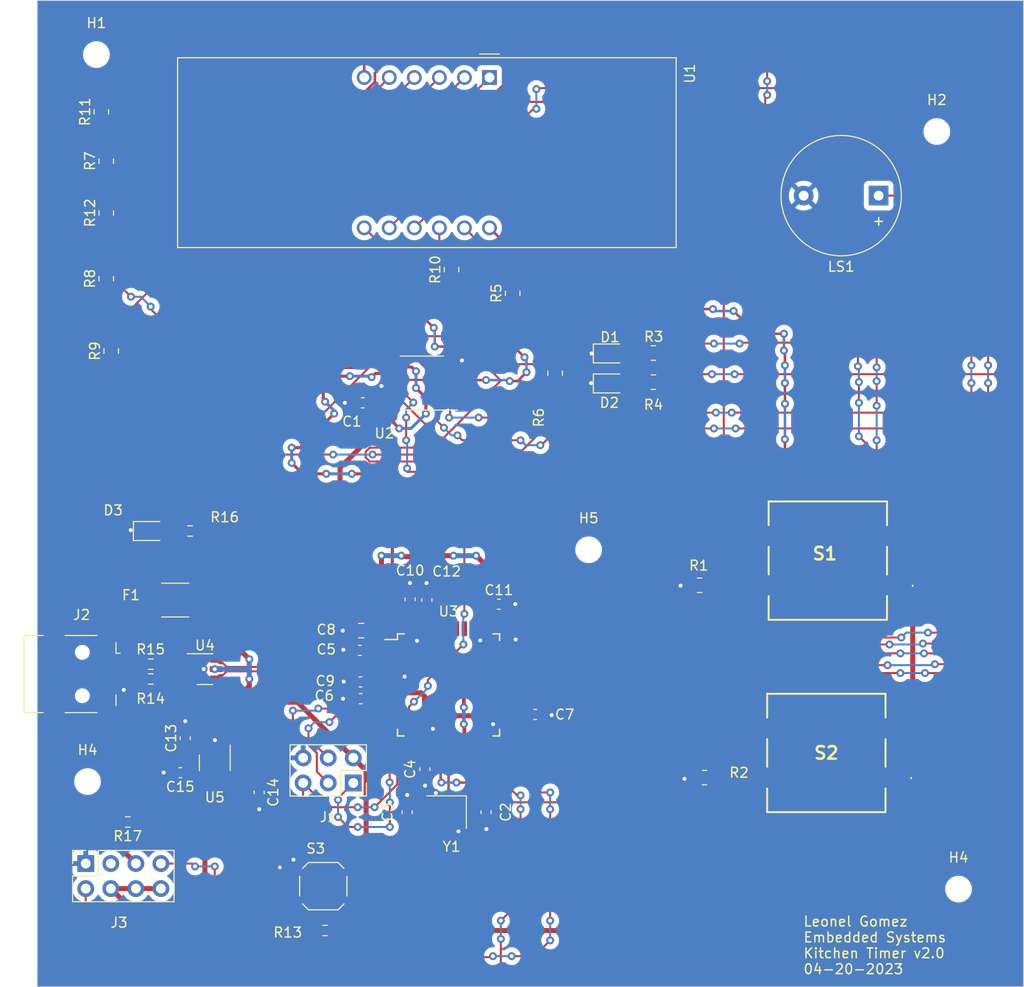
<source format=kicad_pcb>
(kicad_pcb (version 20221018) (generator pcbnew)
  (layers (0 "F.Cu" signal) (31 "B.Cu" power) (34 "B.Paste" user) (35 "F.Paste" user) (36 "B.SilkS" user "B.Silkscreen") (37 "F.SilkS" user "F.Silkscreen") (38 "B.Mask" user) (39 "F.Mask" user) (44 "Edge.Cuts" user))
  (net 0 "")
  (net 1 "+5V")
  (net 2 "GND")
  (net 3 "XTAL1")
  (net 4 "XTAL2")
  (net 5 "/UCAP")
  (net 6 "/AREF")
  (net 7 "+3.3V")
  (net 8 "Net-(U5-BP)")
  (net 9 "Net-(D1-A)")
  (net 10 "Net-(D2-A)")
  (net 11 "Net-(D3-A)")
  (net 12 "Net-(J2-VBUS)")
  (net 13 "MISO")
  (net 14 "SCK")
  (net 15 "MOSI")
  (net 16 "RST")
  (net 17 "Net-(J2-D-)")
  (net 18 "Net-(J2-D+)")
  (net 20 "unconnected-(J2-Shield-Pad6)")
  (net 21 "TX")
  (net 23 "Net-(J3-Pin_5)")
  (net 24 "RX")
  (net 25 "Buzzer")
  (net 26 "Button_1")
  (net 27 "Button_2")
  (net 28 "RED_LED")
  (net 29 "GREEN_LED")
  (net 30 "a")
  (net 31 "Net-(U1-a)")
  (net 32 "b")
  (net 33 "Net-(U1-b)")
  (net 34 "c")
  (net 35 "Net-(U1-c)")
  (net 36 "d")
  (net 37 "Net-(U1-d)")
  (net 38 "e")
  (net 39 "Net-(U1-e)")
  (net 40 "f")
  (net 41 "Net-(U1-f)")
  (net 42 "g")
  (net 43 "Net-(U1-g)")
  (net 44 "dp")
  (net 45 "Net-(U1-DPX)")
  (net 46 "USB_CONN_D+")
  (net 47 "USB_CONN_D-")
  (net 52 "Dig4")
  (net 53 "Dig3")
  (net 54 "Dig2")
  (net 55 "Dig1")
  (net 57 "SH_CP")
  (net 58 "ST_CP")
  (net 59 "DS")
  (net 60 "USB_D-")
  (net 61 "USB_D+")
  (footprint "Buzzer_Beeper:Buzzer_12x9.5RM7.6" (layer "F.Cu") (at 183.3 66.5 180)
    (fp_text reference "LS1")
    (fp_text value "Speaker")
  )
  (footprint "MountingHole:MountingHole_2.2mm_M2" (layer "F.Cu") (at 153.9 102.4)
    (fp_text reference "H5")
    (fp_text value "MountingHole")
  )
  (footprint "Resistor_SMD:R_0603_1608Metric" (layer "F.Cu") (at 109.5 115.5)
    (fp_text reference "R14")
    (fp_text value "22")
  )
  (footprint "Resistor_SMD:R_0603_1608Metric" (layer "F.Cu") (at 127.175 141 180)
    (fp_text reference "R13")
    (fp_text value "10k")
  )
  (footprint "LED_SMD:LED_0805_2012Metric" (layer "F.Cu") (at 109.4375 100.5)
    (fp_text reference "D3")
    (fp_text value "LED")
  )
  (footprint "Resistor_SMD:R_0805_2012Metric" (layer "F.Cu") (at 105 68.25 90)
    (fp_text reference "R12")
    (fp_text value "100")
  )
  (footprint "LED_SMD:LED_0805_2012Metric" (layer "F.Cu") (at 156.0625 82.5)
    (fp_text reference "D1")
    (fp_text value "LED")
  )
  (footprint "Capacitor_SMD:C_0603_1608Metric" (layer "F.Cu") (at 143.5 129 90)
    (fp_text reference "C2")
    (fp_text value "22p")
  )
  (footprint "Capacitor_SMD:C_0603_1608Metric" (layer "F.Cu") (at 135.8 107.42 90)
    (fp_text reference "C10")
    (fp_text value "0.1uF")
  )
  (footprint "Capacitor_SMD:C_0603_1608Metric" (layer "F.Cu") (at 137.5 107.5 90)
    (fp_text reference "C12")
    (fp_text value "0.1uF")
  )
  (footprint "Resistor_SMD:R_0805_2012Metric" (layer "F.Cu") (at 160.4725 85.405 180)
    (fp_text reference "R4")
    (fp_text value "330")
  )
  (footprint "PTS125_SMD_Button:PTS125_SMD_Button" (layer "F.Cu") (at 178 123 180)
    (fp_text reference "S2")
    (fp_text value "PTS125SM43SMTR21M_LFS" hide)
  )
  (footprint "Resistor_SMD:R_0603_1608Metric" (layer "F.Cu") (at 113.5 100.5 180)
    (fp_text reference "R16")
    (fp_text value "1k")
  )
  (footprint "Resistor_SMD:R_0805_2012Metric" (layer "F.Cu") (at 105 63 90)
    (fp_text reference "R7")
    (fp_text value "100")
  )
  (footprint "Capacitor_SMD:C_0805_2012Metric" (layer "F.Cu") (at 130.85 110.6 180)
    (fp_text reference "C8")
    (fp_text value "10uF")
  )
  (footprint "Package_QFP:TQFP-44_10x10mm_P0.8mm" (layer "F.Cu") (at 139.7 116.1)
    (fp_text reference "U3")
    (fp_text value "ATmega32U4-A")
  )
  (footprint "PTS125_SMD_Button:PTS125_SMD_Button" (layer "F.Cu") (at 178.15 103.5 180)
    (fp_text reference "S1")
    (fp_text value "PTS125SM43SMTR21M_LFS" hide)
  )
  (footprint "Capacitor_SMD:C_0603_1608Metric" (layer "F.Cu") (at 144.8 107.92)
    (fp_text reference "C11")
    (fp_text value "0.1uF")
  )
  (footprint "Capacitor_SMD:C_0603_1608Metric" (layer "F.Cu") (at 130.7 112.6 180)
    (fp_text reference "C5")
    (fp_text value "0.1uF")
  )
  (footprint "Package_SO:TSSOP-16_4.4x5mm_P0.65mm" (layer "F.Cu") (at 137 85.5 180)
    (fp_text reference "U2")
    (fp_text value "74HC595")
  )
  (footprint "Connector_PinSocket_2.54mm:PinSocket_2x04_P2.54mm_Vertical" (layer "F.Cu") (at 102.92 134.21 90)
    (fp_text reference "J3")
    (fp_text value "ESP_Conn")
  )
  (footprint "Capacitor_SMD:C_0603_1608Metric" (layer "F.Cu") (at 135.5 129 90)
    (fp_text reference "C3")
    (fp_text value "22p")
  )
  (footprint "Capacitor_SMD:C_0603_1608Metric" (layer "F.Cu") (at 148.475 119.1)
    (fp_text reference "C7")
    (fp_text value "0.1uF")
  )
  (footprint "Fuse:Fuse_1812_4532Metric" (layer "F.Cu") (at 112 107.5)
    (fp_text reference "F1")
    (fp_text value "PTCSMD")
  )
  (footprint "Connector_PinSocket_2.54mm:PinSocket_2x03_P2.54mm_Vertical" (layer "F.Cu") (at 130.04 126.04 -90)
    (fp_text reference "J1")
    (fp_text value "AVR-ISP-6")
  )
  (footprint "Capacitor_SMD:C_0603_1608Metric" (layer "F.Cu") (at 120.5 127 -90)
    (fp_text reference "C14")
    (fp_text value "2.2uF")
  )
  (footprint "Display_7Segment:CA56-12EWA" (layer "F.Cu") (at 143.85 54.5225 -90)
    (fp_text reference "U1")
    (fp_text value "CA56-12EWA")
  )
  (footprint "LED_SMD:LED_0805_2012Metric" (layer "F.Cu") (at 156.0625 85.54)
    (fp_text reference "D2")
    (fp_text value "LED")
  )
  (footprint "Crystal:Crystal_SMD_Abracon_ABM8G-4Pin_3.2x2.5mm" (layer "F.Cu") (at 139.5 129 180)
    (fp_text reference "Y1")
    (fp_text value "16MHz")
  )
  (footprint "Resistor_SMD:R_0603_1608Metric" (layer "F.Cu") (at 109.5 114)
    (fp_text reference "R15")
    (fp_text value "22")
  )
  (footprint "Resistor_SMD:R_0805_2012Metric" (layer "F.Cu") (at 146.2 76.4 90)
    (fp_text reference "R5")
    (fp_text value "100")
  )
  (footprint "Package_TO_SOT_SMD:SOT-23-6" (layer "F.Cu") (at 115 114.5)
    (fp_text reference "U4")
    (fp_text value "USBLC6-2SC6")
  )
  (footprint "Capacitor_SMD:C_0603_1608Metric" (layer "F.Cu") (at 131 87.5 180)
    (fp_text reference "C1")
    (fp_text value "0.1u")
  )
  (footprint "Capacitor_SMD:C_0603_1608Metric" (layer "F.Cu") (at 112.5 125 180)
    (fp_text reference "C15")
    (fp_text value "10nF")
  )
  (footprint "Resistor_SMD:R_0805_2012Metric" (layer "F.Cu") (at 105 74.9125 90)
    (fp_text reference "R8")
    (fp_text value "100")
  )
  (footprint "Resistor_SMD:R_0805_2012Metric" (layer "F.Cu") (at 165.15 106 180)
    (fp_text reference "R1")
    (fp_text value "10k")
  )
  (footprint "Capacitor_SMD:C_0603_1608Metric" (layer "F.Cu") (at 113 121.5 90)
    (fp_text reference "C13")
    (fp_text value "1uF")
  )
  (footprint "Resistor_SMD:R_0805_2012Metric" (layer "F.Cu") (at 160.4725 82.455 180)
    (fp_text reference "R3")
    (fp_text value "330")
  )
  (footprint "Package_TO_SOT_SMD:SOT-23-5" (layer "F.Cu") (at 116 124 -90)
    (fp_text reference "U5")
    (fp_text value "LP2985-3.3")
  )
  (footprint "Resistor_SMD:R_0805_2012Metric" (layer "F.Cu") (at 104.5 58 90)
    (fp_text reference "R11")
    (fp_text value "100")
  )
  (footprint "MountingHole:MountingHole_2.2mm_M2" (layer "F.Cu") (at 189.2 60)
    (fp_text reference "H2")
    (fp_text value "MountingHole")
  )
  (footprint "Capacitor_SMD:C_0603_1608Metric" (layer "F.Cu") (at 130.76833 115.795791 180)
    (fp_text reference "C9")
    (fp_text value "1uF")
  )
  (footprint "MountingHole:MountingHole_2.2mm_M2" (layer "F.Cu") (at 191.4 136.8)
    (fp_text reference "H4")
    (fp_text value "MountingHole")
  )
  (footprint "Resistor_SMD:R_0805_2012Metric" (layer "F.Cu") (at 140 74 90)
    (fp_text reference "R10")
    (fp_text value "100")
  )
  (footprint "Connector_USB:USB_Mini-B_Lumberg_2486_01_Horizontal" (layer "F.Cu") (at 102.575 115 -90)
    (fp_text reference "J2")
    (fp_text value "USB_B_Mini")
  )
  (footprint "Resistor_SMD:R_0805_2012Metric" (layer "F.Cu") (at 150.5 84.5 90)
    (fp_text reference "R6")
    (fp_text value "100")
  )
  (footprint "MountingHole:MountingHole_2.2mm_M2" (layer "F.Cu") (at 103.1 125.9)
    (fp_text reference "H4")
    (fp_text value "MountingHole")
  )
  (footprint "Resistor_SMD:R_0603_1608Metric" (layer "F.Cu") (at 107.175 130 180)
    (fp_text reference "R17")
    (fp_text value "10k")
  )
  (footprint "PTS526_SMD_Button:PTS526_SMD_Button" (layer "F.Cu") (at 127 136.5)
    (fp_text reference "S3")
    (fp_text value "PTS526_SM08_SMTR2_LFS")
  )
  (footprint "Capacitor_SMD:C_0603_1608Metric" (layer "F.Cu") (at 130.8 117.5 180)
    (fp_text reference "C6")
    (fp_text value "0.1uF")
  )
  (footprint "Capacitor_SMD:C_0603_1608Metric" (layer "F.Cu") (at 137.3 124.645 -90)
    (fp_text reference "C4")
    (fp_text value "0.1uF")
  )
  (footprint "Resistor_SMD:R_0805_2012Metric" (layer "F.Cu") (at 165.65 125.5 180)
    (fp_text reference "R2")
    (fp_text value "10k")
  )
  (footprint "Resistor_SMD:R_0805_2012Metric" (layer "F.Cu") (at 105.5 82.25 90)
    (fp_text reference "R9")
    (fp_text value "100")
  )
  (footprint "MountingHole:MountingHole_2.2mm_M2" (layer "F.Cu") (at 104 52.2)
    (fp_text reference "H1")
    (fp_text value "MountingHole")
  )
  (gr_rect (start 98.003681 46.716244) (end 197.996319 146.7) (stroke (width 0.1)) (fill none) (layer "Edge.Cuts"))
  (gr_text "Leonel Gomez\nEmbedded Systems \nKitchen Timer v2.0\n04-20-2023\n" (at 175.6 145.5) (layer "F.SilkS") (effects (font (size 1 1)) (justify left bottom)))
  (segment (start 118 112) (end 118 107.5) (width 0.508) (layer "F.Cu") (net 1))
  (segment (start 131.8 110.6) (end 131.8 112.275) (width 0.508) (layer "F.Cu") (net 1))
  (segment (start 144.025 107.92) (end 144.025 110.075) (width 0.508) (layer "F.Cu") (net 1))
  (segment (start 132.9 109.5) (end 131.8 110.6) (width 0.508) (layer "F.Cu") (net 1))
  (segment (start 145.4 119.3) (end 147.5 119.3) (width 0.508) (layer "F.Cu") (net 1))
  (segment (start 136.4 86) (end 137.4 87) (width 0.3048) (layer "F.Cu") (net 1))
  (segment (start 185.15 120.5) (end 186.754 118.896) (width 0.508) (layer "F.Cu") (net 1))
  (segment (start 144.025 110.075) (end 143.7 110.4) (width 0.508) (layer "F.Cu") (net 1))
  (segment (start 135.8 108.195) (end 135.8 110.3) (width 0.381) (layer "F.Cu") (net 1))
  (segment (start 117.85625 117.85625) (end 124.39625 117.85625) (width 0.508) (layer "F.Cu") (net 1))
  (segment (start 131.575 117.5) (end 132.175 116.9) (width 0.2032) (layer "F.Cu") (net 1))
  (segment (start 137.3 123.87) (end 137.3 121.8) (width 0.508) (layer "F.Cu") (net 1))
  (segment (start 137.25914 121.75914) (end 137.25914 117.25914) (width 0.508) (layer "F.Cu") (net 1))
  (segment (start 135 103.1) (end 134.9 103) (width 0.508) (layer "F.Cu") (net 1))
  (segment (start 134.6989 90.1) (end 134.1375 89.5386) (width 0.3048) (layer "F.Cu") (net 1))
  (segment (start 135.8 110.3) (end 135.7 110.4) (width 0.381) (layer "F.Cu") (net 1))
  (segment (start 135.975 83.875) (end 136.4 84.3) (width 0.3048) (layer "F.Cu") (net 1))
  (segment (start 137.25914 117.25914) (end 136.9 116.9) (width 0.508) (layer "F.Cu") (net 1))
  (segment (start 131.344 124.804) (end 131.344 140.844) (width 0.508) (layer "F.Cu") (net 1))
  (segment (start 147.5 119.3) (end 147.7 119.1) (width 0.508) (layer "F.Cu") (net 1))
  (segment (start 134.1375 89.5386) (end 134.1375 87.775) (width 0.3048) (layer "F.Cu") (net 1))
  (segment (start 145.4 119.3) (end 145.329 119.229) (width 0.508) (layer "F.Cu") (net 1))
  (segment (start 131.8 112.275) (end 131.475 112.6) (width 0.508) (layer "F.Cu") (net 1))
  (segment (start 132.9 103) (end 132.9 109.5) (width 0.508) (layer "F.Cu") (net 1))
  (segment (start 114.325 107.3125) (end 114.1375 107.5) (width 0.508) (layer "F.Cu") (net 1))
  (segment (start 135.258 112.9) (end 136.2 113.842) (width 0.508) (layer "F.Cu") (net 1))
  (segment (start 128.7 107.5) (end 128.7 94.083474) (width 0.508) (layer "F.Cu") (net 1))
  (segment (start 128.7 94.083474) (end 131.775 91.008474) (width 0.508) (layer "F.Cu") (net 1))
  (segment (start 145.329 119.229) (end 139.229 119.229) (width 0.508) (layer "F.Cu") (net 1))
  (segment (start 128 141) (end 131.5 141) (width 0.508) (layer "F.Cu") (net 1))
  (segment (start 131.475 112.6) (end 131.775 112.9) (width 0.508) (layer "F.Cu") (net 1))
  (segment (start 131.5 141) (end 166.992 141) (width 0.508) (layer "F.Cu") (net 1))
  (segment (start 114.325 100.5) (end 114.325 107.3125) (width 0.508) (layer "F.Cu") (net 1))
  (segment (start 114.4625 122.275) (end 115.05 122.8625) (width 0.508) (layer "F.Cu") (net 1))
  (segment (start 137.4 87) (end 137.4 88.6) (width 0.3048) (layer "F.Cu") (net 1))
  (segment (start 144.025 104.525) (end 142.5 103) (width 0.508) (layer "F.Cu") (net 1))
  (segment (start 186.754 102.454) (end 185.3 101) (width 0.508) (layer "F.Cu") (net 1))
  (segment (start 144.025 107.92) (end 144.025 104.525) (width 0.508) (layer "F.Cu") (net 1))
  (segment (start 116.95 122.8625) (end 116.95 118.7625) (width 0.508) (layer "F.Cu") (net 1))
  (segment (start 140.2 103) (end 135.9 103) (width 0.508) (layer "F.Cu") (net 1))
  (segment (start 135.8 103.1) (end 135 103.1) (width 0.508) (layer "F.Cu") (net 1))
  (segment (start 118 107.5) (end 128.7 107.5) (width 0.508) (layer "F.Cu") (net 1))
  (segment (start 137.3 121.8) (end 137.25914 121.75914) (width 0.508) (layer "F.Cu") (net 1))
  (segment (start 119.5 113.5) (end 118 112) (width 0.508) (layer "F.Cu") (net 1))
  (segment (start 135.7 112.458) (end 135.258 112.9) (width 0.381) (layer "F.Cu") (net 1))
  (segment (start 134.1375 83.875) (end 135.975 83.875) (width 0.3048) (layer "F.Cu") (net 1))
  (segment (start 139.229 119.229) (end 137.25914 117.25914) (width 0.508) (layer "F.Cu") (net 1))
  (segment (start 131.775 91.008474) (end 131.775 87.5) (width 0.508) (layer "F.Cu") (net 1))
  (segment (start 166.992 141) (end 185.15 122.842) (width 0.508) (layer "F.Cu") (net 1))
  (segment (start 132.05 87.775) (end 131.775 87.5) (width 0.3048) (layer "F.Cu") (net 1))
  (segment (start 136.2 116.9) (end 134 116.9) (width 0.508) (layer "F.Cu") (net 1))
  (segment (start 116.95 118.7625) (end 117.85625 117.85625) (width 0.508) (layer "F.Cu") (net 1))
  (segment (start 136.2 113.842) (end 136.2 116.9) (width 0.508) (layer "F.Cu") (net 1))
  (segment (start 124.39625 117.85625) (end 130.04 123.5) (width 0.508) (layer "F.Cu") (net 1))
  (segment (start 113 122.275) (end 114.4625 122.275) (width 0.508) (layer "F.Cu") (net 1))
  (segment (start 119.5 116.2125) (end 119.5 115.5) (width 0.508) (layer "F.Cu") (net 1))
  (segment (start 130.04 123.5) (end 131.344 124.804) (width 0.508) (layer "F.Cu") (net 1))
  (segment (start 134.1375 87.775) (end 132.05 87.775) (width 0.3048) (layer "F.Cu") (net 1))
  (segment (start 186.754 118.896) (end 186.754 102.454) (width 0.508) (layer "F.Cu") (net 1))
  (segment (start 185.15 122.842) (end 185.15 120.5) (width 0.508) (layer "F.Cu") (net 1))
  (segment (start 117.85625 117.85625) (end 119.5 116.2125) (width 0.508) (layer "F.Cu") (net 1))
  (segment (start 135.7 110.4) (end 135.7 112.458) (width 0.381) (layer "F.Cu") (net 1))
  (segment (start 135.9 103) (end 135.8 103.1) (width 0.508) (layer "F.Cu") (net 1))
  (segment (start 128.7 107.5) (end 131.8 110.6) (width 0.508) (layer "F.Cu") (net 1))
  (segment (start 136.9 116.9) (end 136.2 116.9) (width 0.508) (layer "F.Cu") (net 1))
  (segment (start 131.344 140.844) (end 131.5 141) (width 0.508) (layer "F.Cu") (net 1))
  (segment (start 131.775 112.9) (end 134 112.9) (width 0.508) (layer "F.Cu") (net 1))
  (segment (start 116.1375 114.5) (end 116 114.5) (width 0.508) (layer "F.Cu") (net 1))
  (segment (start 132.175 116.9) (end 134 116.9) (width 0.2032) (layer "F.Cu") (net 1))
  (segment (start 134 112.9) (end 135.258 112.9) (width 0.508) (layer "F.Cu") (net 1))
  (segment (start 114.1375 107.5) (end 118 107.5) (width 0.508) (layer "F.Cu") (net 1))
  (via (at 136.4 84.3) (size 0.8) (drill 0.4) (layers "F.Cu" "B.Cu") (net 1))
  (via (at 142.5 103) (size 0.8) (drill 0.4) (layers "F.Cu" "B.Cu") (net 1))
  (via (at 132.9 103) (size 0.8) (drill 0.4) (layers "F.Cu" "B.Cu") (net 1))
  (via (at 134.6989 90.1) (size 0.8) (drill 0.4) (layers "F.Cu" "B.Cu") (net 1))
  (via (at 137.4 88.6) (size 0.8) (drill 0.4) (layers "F.Cu" "B.Cu") (net 1))
  (via (at 134.9 103) (size 0.8) (drill 0.4) (layers "F.Cu" "B.Cu") (net 1))
  (via (at 119.5 113.5) (size 0.8) (drill 0.4) (layers "F.Cu" "B.Cu") (net 1))
  (via (at 119.5 115.5) (size 0.8) (drill 0.4) (layers "F.Cu" "B.Cu") (net 1))
  (via (at 116 114.5) (size 0.8) (drill 0.4) (layers "F.Cu" "B.Cu") (net 1))
  (via (at 140.2 103) (size 0.8) (drill 0.4) (layers "F.Cu" "B.Cu") (net 1))
  (via (at 136.4 86) (size 0.8) (drill 0.4) (layers "F.Cu" "B.Cu") (net 1))
  (segment (start 116 114.5) (end 119.5 114.5) (width 0.508) (layer "B.Cu") (net 1))
  (segment (start 137.4 88.6) (end 135.9 90.1) (width 0.3048) (layer "B.Cu") (net 1))
  (segment (start 136.4 84.3) (end 136.4 86) (width 0.3048) (layer "B.Cu") (net 1))
  (segment (start 134.9 103) (end 132.9 103) (width 0.508) (layer "B.Cu") (net 1))
  (segment (start 119.5 115.5) (end 119.5 114.5) (width 0.508) (layer "B.Cu") (net 1))
  (segment (start 135.9 90.1) (end 134.6989 90.1) (width 0.3048) (layer "B.Cu") (net 1))
  (segment (start 119.5 114.5) (end 119.5 113.5) (width 0.508) (layer "B.Cu") (net 1))
  (segment (start 142.5 103) (end 140.2 103) (width 0.508) (layer "B.Cu") (net 1))
  (segment (start 113 119.787953) (end 113.011213 119.77674) (width 0.508) (layer "F.Cu") (net 2))
  (segment (start 150.091985 119.1) (end 150.154795 119.16281) (width 0.508) (layer "F.Cu") (net 2))
  (segment (start 145.575 107.92) (end 146.45766 107.92) (width 0.508) (layer "F.Cu") (net 2))
  (segment (start 137.5 106.725) (end 137.5 105.806073) (width 0.508) (layer "F.Cu") (net 2))
  (segment (start 116 121.719094) (end 116.014234 121.70486) (width 0.508) (layer "F.Cu") (net 2))
  (segment (start 124 133.84021) (end 123.97477 133.81498) (width 0.508) (layer "F.Cu") (net 2))
  (segment (start 138.4 127.067411) (end 138.39829 127.065701) (width 0.508) (layer "F.Cu") (net 2))
  (segment (start 107.564697 100.5) (end 107.47876 100.414063) (width 0.508) (layer "F.Cu") (net 2))
  (segment (start 164.61595 125.62155) (end 164.7375 125.5) (width 0.508) (layer "F.Cu") (net 2))
  (segment (start 163.621749 125.62155) (end 164.61595 125.62155) (width 0.508) (layer "F.Cu") (net 2))
  (segment (start 164.2375 106) (end 163.25775 106) (width 0.508) (layer "F.Cu") (net 2))
  (segment (start 128.984099 110.6) (end 128.976566 110.607533) (width 0.508) (layer "F.Cu") (net 2))
  (segment (start 149.25 119.1) (end 150.091985 119.1) (width 0.508) (layer "F.Cu") (net 2))
  (segment (start 111.725 125) (end 110.825021 125) (width 0.508) (layer "F.Cu") (net 2))
  (segment (start 135.2477 115.25992) (end 134.04008 115.25992) (width 0.508) (layer "F.Cu") (net 2))
  (segment (start 138.11314 120.550459) (end 138.11314 121.78686) (width 0.508) (layer "F.Cu") (net 2))
  (segment (start 144.213488 120.085106) (end 145.385106 120.085106) (width 0.508) (layer "F.Cu") (net 2))
  (segment (start 136.501578 110.401578) (end 136.5 110.4) (width 0.508) (layer "F.Cu") (net 2))
  (segment (start 140.6 130.848489) (end 140.702629 130.951118) (width 0.508) (layer "F.Cu") (net 2))
  (segment (start 135.5 128.225) (end 135.5 127.264383) (width 0.508) (layer "F.Cu") (net 2))
  (segment (start 129.071879 115.76452) (end 129.962059 115.76452) (width 0.508) (layer "F.Cu") (net 2))
  (segment (start 129.18121 87.505124) (end 130.219876 87.505124) (width 0.508) (layer "F.Cu") (net 2))
  (segment (start 138.4 128.15) (end 138.4 127.067411) (width 0.508) (layer "F.Cu") (net 2))
  (segment (start 140.6 129.85) (end 140.6 130.848489) (width 0.508) (layer "F.Cu") (net 2))
  (segment (start 137.3 125.42) (end 137.3 126.290801) (width 0.508) (layer "F.Cu") (net 2))
  (segment (start 113.8625 114.5) (end 114.8755 114.5) (width 0.508) (layer "F.Cu") (net 2))
  (segment (start 105.275 116.6) (end 106.762593 116.6) (width 0.508) (layer "F.Cu") (net 2))
  (segment (start 138.11314 121.78686) (end 138.1 121.8) (width 0.508) (layer "F.Cu") (net 2))
  (segment (start 113 120.725) (end 113 119.787953) (width 0.508) (layer "F.Cu") (net 2))
  (segment (start 145.9 112.1) (end 146.5 111.5) (width 0.508) (layer "F.Cu") (net 2))
  (segment (start 142.906265 110.406265) (end 142.9 110.4) (width 0.508) (layer "F.Cu") (net 2))
  (segment (start 145.4 112.1) (end 145.9 112.1) (width 0.508) (layer "F.Cu") (net 2))
  (segment (start 143.5 129.775) (end 143.5 130.67661) (width 0.508) (layer "F.Cu") (net 2))
  (segment (start 136.501578 111.624353) (end 136.501578 110.401578) (width 0.508) (layer "F.Cu") (net 2))
  (segment (start 154.144692 85.504091) (end 155.089091 85.504091) (width 0.508) (layer "F.Cu") (net 2))
  (segment (start 141.041629 83.225) (end 141.057313 83.209316) (width 0.3048) (layer "F.Cu") (net 2))
  (segment (start 137.5 105.806073) (end 137.468831 105.774904) (width 0.508) (layer "F.Cu") (net 2))
  (segment (start 120.503737 128.705577) (end 120.503737 127.778737) (width 0.508) (layer "F.Cu") (net 2))
  (segment (start 134.04008 115.25992) (end 134 115.3) (width 0.508) (layer "F.Cu") (net 2))
  (segment (start 129.925 112.6) (end 129.096262 112.6) (width 0.508) (layer "F.Cu") (net 2))
  (segment (start 130.219876 87.505124) (end 130.225 87.5) (width 0.508) (layer "F.Cu") (net 2))
  (segment (start 129.962059 115.76452) (end 129.99333 115.795791) (width 0.508) (layer "F.Cu") (net 2))
  (segment (start 106.762593 116.6) (end 106.770126 116.607533) (width 0.508) (layer "F.Cu") (net 2))
  (segment (start 155.089091 85.504091) (end 155.125 85.54) (width 0.508) (layer "F.Cu") (net 2))
  (segment (start 163.25775 106) (end 163.2203 106.03745) (width 0.508) (layer "F.Cu") (net 2))
  (segment (start 129 117.5) (end 130.025 117.5) (width 0.508) (layer "F.Cu") (net 2))
  (segment (start 124 134.65) (end 124 133.84021) (width 0.508) (layer "F.Cu") (net 2))
  (segment (start 129.9 110.6) (end 128.984099 110.6) (width 0.508) (layer "F.Cu") (net 2))
  (segment (start 108.5 100.5) (end 107.564697 100.5) (width 0.508) (layer "F.Cu") (net 2))
  (segment (start 116 122.8625) (end 116 121.719094) (width 0.508) (layer "F.Cu") (net 2))
  (segment (start 146.45766 107.92) (end 146.465353 107.912307) (width 0.508) (layer "F.Cu") (net 2))
  (segment (start 142.906265 111.585106) (end 142.906265 110.406265) (width 0.508) (layer "F.Cu") (net 2))
  (segment (start 134.1375 85.825) (end 132.915247 85.825) (width 0.2032) (layer "F.Cu") (net 2))
  (segment (start 135.5 127.264383) (end 135.505252 127.259131) (width 0.508) (layer "F.Cu") (net 2))
  (segment (start 120.503737 127.778737) (end 120.5 127.775) (width 0.508) (layer "F.Cu") (net 2))
  (segment (start 110.825021 125) (end 110.810619 124.985598) (width 0.508) (layer "F.Cu") (net 2))
  (segment (start 135.8 105.782173) (end 135.786946 105.769119) (width 0.508) (layer "F.Cu") (net 2))
  (segment (start 143.5 130.67661) (end 143.53745 130.71406) (width 0.508) (layer "F.Cu") (net 2))
  (segment (start 129.096262 112.6) (end 129.033639 112.537377) (width 0.508) (layer "F.Cu") (net 2))
  (segment (start 139.8625 83.225) (end 141.041629 83.225) (width 0.3048) (layer "F.Cu") (net 2))
  (segment (start 145.385106 120.085106) (end 145.4 120.1) (width 0.508) (layer "F.Cu") (net 2))
  (segment (start 135.8 106.645) (end 135.8 105.782173) (width 0.508) (layer "F.Cu") (net 2))
  (segment (start 132.915247 85.825) (end 132.898428 85.808181) (width 0.2032) (layer "F.Cu") (net 2))
  (segment (start 137.3 126.290801) (end 137.319579 126.31038) (width 0.508) (layer "F.Cu") (net 2))
  (segment (start 155.125 82.5) (end 154.2 82.5) (width 0.508) (layer "F.Cu") (net 2))
  (via (at 146.5 111.5) (size 0.8) (drill 0.4) (layers "F.Cu" "B.Cu") (net 2))
  (via (at 107.47876 100.414063) (size 0.8) (drill 0.4) (layers "F.Cu" "B.Cu") (net 2))
  (via (at 163.2203 106.03745) (size 0.8) (drill 0.4) (layers "F.Cu" "B.Cu") (net 2))
  (via (at 137.468831 105.774904) (size 0.8) (drill 0.4) (layers "F.Cu" "B.Cu") (net 2))
  (via (at 106.770126 116.607533) (size 0.8) (drill 0.4) (layers "F.Cu" "B.Cu") (net 2))
  (via (at 142.906265 111.585106) (size 0.8) (drill 0.4) (layers "F.Cu" "B.Cu") (net 2))
  (via (at 146.465353 107.912307) (size 0.8) (drill 0.4) (layers "F.Cu" "B.Cu") (net 2))
  (via (at 144.213488 120.085106) (size 0.8) (drill 0.4) (layers "F.Cu" "B.Cu") (net 2))
  (via (at 129.071879 115.76452) (size 0.8) (drill 0.4) (layers "F.Cu" "B.Cu") (net 2))
  (via (at 143.53745 130.71406) (size 0.8) (drill 0.4) (layers "F.Cu" "B.Cu") (net 2))
  (via (at 163.621749 125.62155) (size 0.8) (drill 0.4) (layers "F.Cu" "B.Cu") (net 2))
  (via (at 123.97477 133.81498) (size 0.8) (drill 0.4) (layers "F.Cu" "B.Cu") (net 2))
  (via (at 138.39829 127.065701) (size 0.8) (drill 0.4) (layers "F.Cu" "B.Cu") (net 2))
  (via (at 128.976566 110.607533) (size 0.8) (drill 0.4) (layers "F.Cu" "B.Cu") (net 2))
  (via (at 136.501578 111.624353) (size 0.8) (drill 0.4) (layers "F.Cu" "B.Cu") (net 2))
  (via (at 135.505252 127.259131) (size 0.8) (drill 0.4) (layers "F.Cu" "B.Cu") (net 2))
  (via (at 137.319579 126.31038) (size 0.8) (drill 0.4) (layers "F.Cu" "B.Cu") (net 2))
  (via (at 138.11314 120.550459) (size 0.8) (drill 0.4) (layers "F.Cu" "B.Cu") (net 2))
  (via (at 120.503737 128.705577) (size 0.8) (drill 0.4) (layers "F.Cu" "B.Cu") (net 2))
  (via (at 110.810619 124.985598) (size 0.8) (drill 0.4) (layers "F.Cu" "B.Cu") (net 2))
  (via (at 150.154795 119.16281) (size 0.8) (drill 0.4) (layers "F.Cu" "B.Cu") (net 2))
  (via (at 132.898428 85.808181) (size 0.8) (drill 0.4) (layers "F.Cu" "B.Cu") (net 2))
  (via (at 129.033639 112.537377) (size 0.8) (drill 0.4) (layers "F.Cu" "B.Cu") (net 2))
  (via (at 116.014234 121.70486) (size 0.8) (drill 0.4) (layers "F.Cu" "B.Cu") (net 2))
  (via (at 135.786946 105.769119) (size 0.8) (drill 0.4) (layers "F.Cu" "B.Cu") (net 2))
  (via (at 114.8755 114.5) (size 0.8) (drill 0.4) (layers "F.Cu" "B.Cu") (net 2))
  (via (at 154.144692 85.504091) (size 0.8) (drill 0.4) (layers "F.Cu" "B.Cu") (net 2))
  (via (at 141.057313 83.209316) (size 0.8) (drill 0.4) (layers "F.Cu" "B.Cu") (net 2))
  (via (at 154.2 82.5) (size 0.8) (drill 0.4) (layers "F.Cu" "B.Cu") (net 2))
  (via (at 129 117.5) (size 0.8) (drill 0.4) (layers "F.Cu" "B.Cu") (net 2))
  (via (at 129.18121 87.505124) (size 0.8) (drill 0.4) (layers "F.Cu" "B.Cu") (net 2))
  (via (at 135.2477 115.25992) (size 0.8) (drill 0.4) (layers "F.Cu" "B.Cu") (net 2))
  (via (at 140.702629 130.951118) (size 0.8) (drill 0.4) (layers "F.Cu" "B.Cu") (net 2))
  (via (at 113.011213 119.77674) (size 0.8) (drill 0.4) (layers "F.Cu" "B.Cu") (net 2))
  (segment (start 139.7 127.25) (end 139.7 121.8) (width 0.25) (layer "F.Cu") (net 3))
  (segment (start 143.425 128.15) (end 140.6 128.15) (width 0.25) (layer "F.Cu") (net 3))
  (segment (start 143.5 128.225) (end 143.425 128.15) (width 0.25) (layer "F.Cu") (net 3))
  (segment (start 140.6 128.15) (end 139.7 127.25) (width 0.25) (layer "F.Cu") (net 3))
  (segment (start 144.3 130.976815) (end 144.3 127.3) (width 0.25) (layer "F.Cu") (net 4))
  (segment (start 143.600697 131.676118) (end 144.3 130.976815) (width 0.25) (layer "F.Cu") (net 4))
  (segment (start 143 126) (end 140.5 126) (width 0.25) (layer "F.Cu") (net 4))
  (segment (start 138.4 129.85) (end 140.226118 131.676118) (width 0.25) (layer "F.Cu") (net 4))
  (segment (start 138.9 125.9245) (end 138.9 121.8) (width 0.25) (layer "F.Cu") (net 4))
  (segment (start 138.9755 126) (end 138.9 125.9245) (width 0.25) (layer "F.Cu") (net 4))
  (segment (start 135.575 129.85) (end 138.4 129.85) (width 0.25) (layer "F.Cu") (net 4))
  (segment (start 144.3 127.3) (end 143 126) (width 0.25) (layer "F.Cu") (net 4))
  (segment (start 140.226118 131.676118) (end 143.600697 131.676118) (width 0.25) (layer "F.Cu") (net 4))
  (segment (start 135.5 129.775) (end 135.575 129.85) (width 0.25) (layer "F.Cu") (net 4))
  (via (at 140.5 126) (size 0.8) (drill 0.4) (layers "F.Cu" "B.Cu") (net 4))
  (via (at 138.9755 126) (size 0.8) (drill 0.4) (layers "F.Cu" "B.Cu") (net 4))
  (segment (start 140.5 126) (end 138.9755 126) (width 0.25) (layer "B.Cu") (net 4))
  (segment (start 131.54333 115.795791) (end 131.847539 116.1) (width 0.2032) (layer "F.Cu") (net 5))
  (segment (start 131.847539 116.1) (end 134 116.1) (width 0.2032) (layer "F.Cu") (net 5))
  (segment (start 137.3 108.475) (end 137.5 108.275) (width 0.3048) (layer "F.Cu") (net 6))
  (segment (start 137.3 110.4) (end 137.3 108.475) (width 0.3048) (layer "F.Cu") (net 6))
  (segment (start 105.46 136.75) (end 108.71 140) (width 0.508) (layer "F.Cu") (net 7))
  (segment (start 110.54 136.75) (end 108 136.75) (width 0.508) (layer "F.Cu") (net 7))
  (segment (start 108 130) (end 112.0875 130) (width 0.508) (layer "F.Cu") (net 7))
  (segment (start 115 128) (end 114.54375 127.54375) (width 0.508) (layer "F.Cu") (net 7))
  (segment (start 116.95 125.1375) (end 119.4125 125.1375) (width 0.508) (layer "F.Cu") (net 7))
  (segment (start 119.4125 125.1375) (end 120.5 126.225) (width 0.508) (layer "F.Cu") (net 7))
  (segment (start 115 140) (end 115 128) (width 0.508) (layer "F.Cu") (net 7))
  (segment (start 112.0875 130) (end 114.54375 127.54375) (width 0.508) (layer "F.Cu") (net 7))
  (segment (start 108.71 140) (end 115 140) (width 0.508) (layer "F.Cu") (net 7))
  (segment (start 105.46 136.75) (end 108 136.75) (width 0.508) (layer "F.Cu") (net 7))
  (segment (start 114.54375 127.54375) (end 116.95 125.1375) (width 0.508) (layer "F.Cu") (net 7))
  (segment (start 113.275 125) (end 114.9125 125) (width 0.2032) (layer "F.Cu") (net 8))
  (segment (start 114.9125 125) (end 115.05 125.1375) (width 0.2032) (layer "F.Cu") (net 8))
  (segment (start 157 82.5) (end 159.515 82.5) (width 0.2032) (layer "F.Cu") (net 9))
  (segment (start 159.515 82.5) (end 159.56 82.455) (width 0.2032) (layer "F.Cu") (net 9))
  (segment (start 157 85.54) (end 159.425 85.54) (width 0.2032) (layer "F.Cu") (net 10))
  (segment (start 159.425 85.54) (end 159.56 85.405) (width 0.2032) (layer "F.Cu") (net 10))
  (segment (start 110.375 100.5) (end 112.675 100.5) (width 0.2032) (layer "F.Cu") (net 11))
  (segment (start 105.275 113.4) (end 109.8625 108.8125) (width 0.2032) (layer "F.Cu") (net 12))
  (segment (start 109.8625 108.8125) (end 109.8625 107.5) (width 0.2032) (layer "F.Cu") (net 12))
  (segment (start 129.5 130.5) (end 130.4905 130.5) (width 0.2032) (layer "F.Cu") (net 13))
  (segment (start 130.04 126.04) (end 128.5 127.58) (width 0.2032) (layer "F.Cu") (net 13))
  (segment (start 128.5 127.58) (end 128.5 127.75) (width 0.2032) (layer "F.Cu") (net 13))
  (segment (start 128.5 129.5) (end 129.5 130.5) (width 0.2032) (layer "F.Cu") (net 13))
  (segment (start 133.727997 125.977997) (end 133.727997 123.477997) (width 0.2032) (layer "F.Cu") (net 13))
  (segment (start 133.727997 123.477997) (end 133 122.75) (width 0.2032) (layer "F.Cu") (net 13))
  (segment (start 133 122.75) (end 134 121.75) (width 0.2032) (layer "F.Cu") (net 13))
  (segment (start 133.75 130.5) (end 133.75 128) (width 0.2032) (layer "F.Cu") (net 13))
  (segment (start 134 121.75) (end 134 120.1) (width 0.2032) (layer "F.Cu") (net 13))
  (via (at 128.5 129.5) (size 0.8) (drill 0.4) (layers "F.Cu" "B.Cu") (net 13))
  (via (at 128.5 127.75) (size 0.8) (drill 0.4) (layers "F.Cu" "B.Cu") (net 13))
  (via (at 133.727997 125.977997) (size 0.8) (drill 0.4) (layers "F.Cu" "B.Cu") (net 13))
  (via (at 133.75 130.5) (size 0.8) (drill 0.4) (layers "F.Cu" "B.Cu") (net 13))
  (via (at 133.75 128) (size 0.8) (drill 0.4) (layers "F.Cu" "B.Cu") (net 13))
  (via (at 130.4905 130.5) (size 0.8) (drill 0.4) (layers "F.Cu" "B.Cu") (net 13))
  (segment (start 133.75 128) (end 133.75 126) (width 0.2032) (layer "B.Cu") (net 13))
  (segment (start 133.75 126) (end 133.727997 125.977997) (width 0.2032) (layer "B.Cu") (net 13))
  (segment (start 130.4905 130.5) (end 133.75 130.5) (width 0.2032) (layer "B.Cu") (net 13))
  (segment (start 128.5 127.75) (end 128.5 129.5) (width 0.2032) (layer "B.Cu") (net 13))
  (segment (start 126.3484 124.8884) (end 126.3484 123.022991) (width 0.2032) (layer "F.Cu") (net 14))
  (segment (start 123.916484 120.591075) (end 123.916484 118.70975) (width 0.2032) (layer "F.Cu") (net 14))
  (segment (start 127.5 126.04) (end 126.3484 124.8884) (width 0.2032) (layer "F.Cu") (net 14))
  (segment (start 126.3484 123.022991) (end 123.916484 120.591075) (width 0.2032) (layer "F.Cu") (net 14))
  (segment (start 126.5 118.5) (end 134 118.5) (width 0.2032) (layer "F.Cu") (net 14))
  (via (at 123.916484 118.70975) (size 0.8) (drill 0.4) (layers "F.Cu" "B.Cu") (net 14))
  (via (at 126.5 118.5) (size 0.8) (drill 0.4) (layers "F.Cu" "B.Cu") (net 14))
  (segment (start 126.29025 118.70975) (end 126.5 118.5) (width 0.2032) (layer "B.Cu") (net 14))
  (segment (start 123.916484 118.70975) (end 126.29025 118.70975) (width 0.2032) (layer "B.Cu") (net 14))
  (segment (start 125.5 121.5) (end 125.5 120.5) (width 0.2032) (layer "F.Cu") (net 15))
  (segment (start 128.2 119.3) (end 134 119.3) (width 0.2032) (layer "F.Cu") (net 15))
  (segment (start 127.623516 119.876484) (end 128.2 119.3) (width 0.2032) (layer "F.Cu") (net 15))
  (segment (start 127.5 123.5) (end 125.5 121.5) (width 0.2032) (layer "F.Cu") (net 15))
  (via (at 125.5 120.5) (size 0.8) (drill 0.4) (layers "F.Cu" "B.Cu") (net 15))
  (via (at 127.623516 119.876484) (size 0.8) (drill 0.4) (layers "F.Cu" "B.Cu") (net 15))
  (segment (start 126.123516 119.876484) (end 127.623516 119.876484) (width 0.2032) (layer "B.Cu") (net 15))
  (segment (start 125.5 120.5) (end 126.123516 119.876484) (width 0.2032) (layer "B.Cu") (net 15))
  (segment (start 135.7532 123.5) (end 136.5 122.7532) (width 0.2032) (layer "F.Cu") (net 16))
  (segment (start 134.5 126.1975) (end 134.5 123.5) (width 0.2032) (layer "F.Cu") (net 16))
  (segment (start 126.35 141) (end 124 138.65) (width 0.2032) (layer "F.Cu") (net 16))
  (segment (start 124.96 137.54) (end 124.96 126.04) (width 0.2032) (layer "F.Cu") (net 16))
  (segment (start 127.42 128.5) (end 130.4905 128.5) (width 0.2032) (layer "F.Cu") (net 16))
  (segment (start 124 138.35) (end 124.15 138.35) (width 0.2032) (layer "F.Cu") (net 16))
  (segment (start 136.5 122.7532) (end 136.5 121.8) (width 0.2032) (layer "F.Cu") (net 16))
  (segment (start 124.96 126.04) (end 127.42 128.5) (width 0.2032) (layer "F.Cu") (net 16))
  (segment (start 132.1975 128.5) (end 134.5 126.1975) (width 0.2032) (layer "F.Cu") (net 16))
  (segment (start 134.5 123.5) (end 135.7532 123.5) (width 0.2032) (layer "F.Cu") (net 16))
  (segment (start 124.15 138.35) (end 124.96 137.54) (width 0.2032) (layer "F.Cu") (net 16))
  (segment (start 124 138.65) (end 124 138.35) (width 0.2032) (layer "F.Cu") (net 16))
  (via (at 132.1975 128.5) (size 0.8) (drill 0.4) (layers "F.Cu" "B.Cu") (net 16))
  (via (at 130.4905 128.5) (size 0.8) (drill 0.4) (layers "F.Cu" "B.Cu") (net 16))
  (segment (start 130.4905 128.5) (end 132.1975 128.5) (width 0.2032) (layer "B.Cu") (net 16))
  (segment (start 108.675 114) (end 108.475 114.2) (width 0.2032) (layer "F.Cu") (net 17))
  (segment (start 108.475 114.2) (end 105.275 114.2) (width 0.2032) (layer "F.Cu") (net 17))
  (segment (start 108.175 115) (end 105.275 115) (width 0.2032) (layer "F.Cu") (net 18))
  (segment (start 108.675 115.5) (end 108.175 115) (width 0.2032) (layer "F.Cu") (net 18))
  (segment (start 99.725 110.55) (end 105.175 110.55) (width 0.3048) (layer "F.Cu") (net 20))
  (segment (start 99.725 119.45) (end 105.175 119.45) (width 0.3048) (layer "F.Cu") (net 20))
  (segment (start 99.725 119.45) (end 99.725 110.55) (width 0.3048) (layer "F.Cu") (net 20))
  (segment (start 146.6457 127.2989) (end 142.1 122.7532) (width 0.2032) (layer "F.Cu") (net 21))
  (segment (start 147 127.2989) (end 146.6457 127.2989) (width 0.2032) (layer "F.Cu") (net 21))
  (segment (start 109.32 145.2) (end 145 145.2) (width 0.2032) (layer "F.Cu") (net 21))
  (segment (start 142.1 122.7532) (end 142.1 121.8) (width 0.2032) (layer "F.Cu") (net 21))
  (segment (start 102.92 136.75) (end 102.92 138.8) (width 0.2032) (layer "F.Cu") (net 21))
  (segment (start 147 138) (end 147 128.7011) (width 0.2032) (layer "F.Cu") (net 21))
  (segment (start 102.92 138.8) (end 109.32 145.2) (width 0.2032) (layer "F.Cu") (net 21))
  (segment (start 145 145.2) (end 145 141.8535) (width 0.2032) (layer "F.Cu") (net 21))
  (segment (start 145 140) (end 147 138) (width 0.2032) (layer "F.Cu") (net 21))
  (via (at 147 128.7011) (size 0.8) (drill 0.4) (layers "F.Cu" "B.Cu") (net 21))
  (via (at 147 127.2989) (size 0.8) (drill 0.4) (layers "F.Cu" "B.Cu") (net 21))
  (via (at 145 141.8535) (size 0.8) (drill 0.4) (layers "F.Cu" "B.Cu") (net 21))
  (via (at 145 140) (size 0.8) (drill 0.4) (layers "F.Cu" "B.Cu") (net 21))
  (segment (start 147 128.7011) (end 147 127.2989) (width 0.2032) (layer "B.Cu") (net 21))
  (segment (start 145 141.8535) (end 145 140) (width 0.2032) (layer "B.Cu") (net 21))
  (segment (start 106.35 130) (end 106.35 132.56) (width 0.508) (layer "F.Cu") (net 23))
  (segment (start 106.35 132.56) (end 108 134.21) (width 0.508) (layer "F.Cu") (net 23))
  (segment (start 148.5 127) (end 144.3516 122.8516) (width 0.2032) (layer "F.Cu") (net 24))
  (segment (start 150 140) (end 150 128.7011) (width 0.2032) (layer "F.Cu") (net 24))
  (segment (start 144.1 143.7) (end 144.2 143.6) (width 0.2032) (layer "F.Cu") (net 24))
  (segment (start 144.3516 122.8516) (end 142.9984 122.8516) (width 0.2032) (layer "F.Cu") (net 24))
  (segment (start 142.9984 122.8516) (end 142.9 122.7532) (width 0.2032) (layer "F.Cu") (net 24))
  (segment (start 150 127) (end 148.5 127) (width 0.2032) (layer "F.Cu") (net 24))
  (segment (start 142.9 122.7532) (end 142.9 121.8) (width 0.2032) (layer "F.Cu") (net 24))
  (segment (start 113.71 134.21) (end 114 134.5) (width 0.2032) (layer "F.Cu") (net 24))
  (segment (start 146.1 143.6) (end 148.4 143.6) (width 0.2032) (layer "F.Cu") (net 24))
  (segment (start 110.54 134.21) (end 113.71 134.21) (width 0.2032) (layer "F.Cu") (net 24))
  (segment (start 116 136) (end 116 143.7) (width 0.2032) (layer "F.Cu") (net 24))
  (segment (start 116 143.7) (end 144.1 143.7) (width 0.2032) (layer "F.Cu") (net 24))
  (segment (start 148.4 143.6) (end 150 142) (width 0.2032) (layer "F.Cu") (net 24))
  (segment (start 116 134.5) (end 116 136) (width 0.2032) (layer "F.Cu") (net 24))
  (via (at 144.2 143.6) (size 0.8) (drill 0.4) (layers "F.Cu" "B.Cu") (net 24))
  (via (at 146.1 143.6) (size 0.8) (drill 0.4) (layers "F.Cu" "B.Cu") (net 24))
  (via (at 116 134.5) (size 0.8) (drill 0.4) (layers "F.Cu" "B.Cu") (net 24))
  (via (at 114 134.5) (size 0.8) (drill 0.4) (layers "F.Cu" "B.Cu") (net 24))
  (via (at 150 142) (size 0.8) (drill 0.4) (layers "F.Cu" "B.Cu") (net 24))
  (via (at 150 128.7011) (size 0.8) (drill 0.4) (layers "F.Cu" "B.Cu") (net 24))
  (via (at 150 127) (size 0.8) (drill 0.4) (layers "F.Cu" "B.Cu") (net 24))
  (via (at 150 140) (size 0.8) (drill 0.4) (layers "F.Cu" "B.Cu") (net 24))
  (segment (start 114 134.5) (end 116 134.5) (width 0.2032) (layer "B.Cu") (net 24))
  (segment (start 150 142) (end 150 140) (width 0.2032) (layer "B.Cu") (net 24))
  (segment (start 150 128.7011) (end 150 127) (width 0.2032) (layer "B.Cu") (net 24))
  (segment (start 144.2 143.6) (end 146.1 143.6) (width 0.2032) (layer "B.Cu") (net 24))
  (segment (start 145.4 116.9) (end 146.3532 116.9) (width 0.2032) (layer "F.Cu") (net 25))
  (segment (start 150.3532 112.9) (end 185.5 112.9) (width 0.2032) (layer "F.Cu") (net 25))
  (segment (start 146.3532 116.9) (end 150.3532 112.9) (width 0.2032) (layer "F.Cu") (net 25))
  (segment (start 192.7 66.5) (end 183.3 66.5) (width 0.2032) (layer "F.Cu") (net 25))
  (segment (start 192.7 112.9) (end 192.7 85.5) (width 0.2032) (layer "F.Cu") (net 25))
  (segment (start 192.7 83.7) (end 192.7 66.5) (width 0.2032) (layer "F.Cu") (net 25))
  (segment (start 187.9 112.9) (end 192.7 112.9) (width 0.2032) (layer "F.Cu") (net 25))
  (via (at 192.7 83.7) (size 0.8) (drill 0.4) (layers "F.Cu" "B.Cu") (net 25))
  (via (at 187.9 112.9) (size 0.8) (drill 0.4) (layers "F.Cu" "B.Cu") (net 25))
  (via (at 192.7 85.5) (size 0.8) (drill 0.4) (layers "F.Cu" "B.Cu") (net 25))
  (via (at 185.5 112.9) (size 0.8) (drill 0.4) (layers "F.Cu" "B.Cu") (net 25))
  (segment (start 192.7 85.5) (end 192.7 83.7) (width 0.2032) (layer "B.Cu") (net 25))
  (segment (start 185.5 112.9) (end 187.9 112.9) (width 0.2032) (layer "B.Cu") (net 25))
  (segment (start 141.25 118.3755) (end 141.25 114.444) (width 0.381) (layer "F.Cu") (net 26))
  (segment (start 141.3 120.1325) (end 141.25 120.0825) (width 0.381) (layer "F.Cu") (net 26))
  (segment (start 146.694 109) (end 166.25 109) (width 0.381) (layer "F.Cu") (net 26))
  (segment (start 141.3 121.8) (end 141.3 120.1325) (width 0.381) (layer "F.Cu") (net 26))
  (segment (start 166.25 109) (end 166.25 106.1875) (width 0.381) (layer "F.Cu") (net 26))
  (segment (start 166.25 106.1875) (end 166.0625 106) (width 0.381) (layer "F.Cu") (net 26))
  (segment (start 141.25 114.444) (end 146.694 109) (width 0.381) (layer "F.Cu") (net 26))
  (segment (start 166.0625 106) (end 171 106) (width 0.2032) (layer "F.Cu") (net 26))
  (via (at 141.25 120.0825) (size 0.8) (drill 0.4) (layers "F.Cu" "B.Cu") (net 26))
  (via (at 141.25 118.3755) (size 0.8) (drill 0.4) (layers "F.Cu" "B.Cu") (net 26))
  (segment (start 141.25 120.0825) (end 141.25 118.3755) (width 0.381) (layer "B.Cu") (net 26))
  (segment (start 166.5 125.5625) (end 166.5625 125.5) (width 0.2032) (layer "F.Cu") (net 27))
  (segment (start 145.7468 128) (end 166.5 128) (width 0.2032) (layer "F.Cu") (net 27))
  (segment (start 140.5 122.7532) (end 145.7468 128) (width 0.2032) (layer "F.Cu") (net 27))
  (segment (start 166.5 128) (end 166.5 125.5625) (width 0.2032) (layer "F.Cu") (net 27))
  (segment (start 166.5625 125.5) (end 170.85 125.5) (width 0.2032) (layer "F.Cu") (net 27))
  (segment (start 140.5 121.8) (end 140.5 122.7532) (width 0.2032) (layer "F.Cu") (net 27))
  (segment (start 182.1 110.2) (end 182.1 91.7) (width 0.2032) (layer "F.Cu") (net 28))
  (segment (start 166.6 81.5) (end 162.34 81.5) (width 0.2032) (layer "F.Cu") (net 28))
  (segment (start 169.2968 81.4032) (end 169.2 81.5) (width 0.2032) (layer "F.Cu") (net 28))
  (segment (start 146.5 113.7) (end 150 110.2) (width 0.2032) (layer "F.Cu") (net 28))
  (segment (start 182.1 91.7) (end 181.3 90.9) (width 0.2032) (layer "F.Cu") (net 28))
  (segment (start 162.34 81.5) (end 161.385 82.455) (width 0.2032) (layer "F.Cu") (net 28))
  (segment (start 181.2 83.8) (end 181.2 82.1) (width 0.2032) (layer "F.Cu") (net 28))
  (segment (start 145.4 113.7) (end 146.5 113.7) (width 0.2032) (layer "F.Cu") (net 28))
  (segment (start 180.5032 81.4032) (end 169.2968 81.4032) (width 0.2032) (layer "F.Cu") (net 28))
  (segment (start 150 110.2) (end 182.1 110.2) (width 0.2032) (layer "F.Cu") (net 28))
  (segment (start 181.2 82.1) (end 180.5032 81.4032) (width 0.2032) (layer "F.Cu") (net 28))
  (segment (start 181.3 87.5) (end 181.3 85.4) (width 0.2032) (layer "F.Cu") (net 28))
  (via (at 166.6 81.5) (size 0.8) (drill 0.4) (layers "F.Cu" "B.Cu") (net 28))
  (via (at 169.2 81.5) (size 0.8) (drill 0.4) (layers "F.Cu" "B.Cu") (net 28))
  (via (at 181.3 87.5) (size 0.8) (drill 0.4) (layers "F.Cu" "B.Cu") (net 28))
  (via (at 181.2 83.8) (size 0.8) (drill 0.4) (layers "F.Cu" "B.Cu") (net 28))
  (via (at 181.3 90.9) (size 0.8) (drill 0.4) (layers "F.Cu" "B.Cu") (net 28))
  (via (at 181.3 85.4) (size 0.8) (drill 0.4) (layers "F.Cu" "B.Cu") (net 28))
  (segment (start 181.3 83.9) (end 181.2 83.8) (width 0.2032) (layer "B.Cu") (net 28))
  (segment (start 181.3 90.9) (end 181.3 87.5) (width 0.2032) (layer "B.Cu") (net 28))
  (segment (start 169.2 81.5) (end 166.6 81.5) (width 0.2032) (layer "B.Cu") (net 28))
  (segment (start 181.3 85.4) (end 181.3 83.9) (width 0.2032) (layer "B.Cu") (net 28))
  (segment (start 166.4 84.6) (end 162.19 84.6) (width 0.2032) (layer "F.Cu") (net 29))
  (segment (start 145.4 118.5) (end 146.3532 118.5) (width 0.2032) (layer "F.Cu") (net 29))
  (segment (start 149.9532 114.9) (end 185.5 114.9) (width 0.2032) (layer "F.Cu") (net 29))
  (segment (start 195.5 114.9) (end 195.5 84.6) (width 0.2032) (layer "F.Cu") (net 29))
  (segment (start 162.19 84.6) (end 161.385 85.405) (width 0.2032) (layer "F.Cu") (net 29))
  (segment (start 195.5 84.6) (end 168.7 84.6) (width 0.2032) (layer "F.Cu") (net 29))
  (segment (start 188 114.9) (end 195.5 114.9) (width 0.2032) (layer "F.Cu") (net 29))
  (segment (start 146.3532 118.5) (end 149.9532 114.9) (width 0.2032) (layer "F.Cu") (net 29))
  (via (at 168.7 84.6) (size 0.8) (drill 0.4) (layers "F.Cu" "B.Cu") (net 29))
  (via (at 166.4 84.6) (size 0.8) (drill 0.4) (layers "F.Cu" "B.Cu") (net 29))
  (via (at 188 114.9) (size 0.8) (drill 0.4) (layers "F.Cu" "B.Cu") (net 29))
  (via (at 185.5 114.9) (size 0.8) (drill 0.4) (layers "F.Cu" "B.Cu") (net 29))
  (segment (start 168.7 84.6) (end 166.4 84.6) (width 0.2032) (layer "B.Cu") (net 29))
  (segment (start 185.5 114.9) (end 188 114.9) (width 0.2032) (layer "B.Cu") (net 29))
  (segment (start 136.083652 92.0484) (end 131.709387 92.0484) (width 0.2032) (layer "F.Cu") (net 30))
  (segment (start 152.8 79.6) (end 150.5125 77.3125) (width 0.2032) (layer "F.Cu") (net 30))
  (segment (start 131.2984 92.459387) (end 131.2984 93.040613) (width 0.2032) (layer "F.Cu") (net 30))
  (segment (start 146.0484 93.4516) (end 152.8 86.7) (width 0.2032) (layer "F.Cu") (net 30))
  (segment (start 131.2984 93.040613) (end 131.709387 93.4516) (width 0.2032) (layer "F.Cu") (net 30))
  (segment (start 152.8 86.7) (end 152.8 79.6) (width 0.2032) (layer "F.Cu") (net 30))
  (segment (start 134.1375 87.125) (end 134.792948 87.125) (width 0.2032) (layer "F.Cu") (net 30))
  (segment (start 134.792948 87.125) (end 137.9 90.232052) (width 0.2032) (layer "F.Cu") (net 30))
  (segment (start 131.709387 93.4516) (end 146.0484 93.4516) (width 0.2032) (layer "F.Cu") (net 30))
  (segment (start 137.9 90.232052) (end 136.083652 92.0484) (width 0.2032) (layer "F.Cu") (net 30))
  (segment (start 131.709387 92.0484) (end 131.2984 92.459387) (width 0.2032) (layer "F.Cu") (net 30))
  (segment (start 150.5125 77.3125) (end 146.2 77.3125) (width 0.2032) (layer "F.Cu") (net 30))
  (segment (start 141.31 69.7625) (end 146.2 74.6525) (width 0.2032) (layer "F.Cu") (net 31))
  (segment (start 146.2 74.6525) (end 146.2 75.4875) (width 0.2032) (layer "F.Cu") (net 31))
  (segment (start 139.8625 87.775) (end 139.8625 88.8875) (width 0.2032) (layer "F.Cu") (net 32))
  (segment (start 139.8625 88.8875) (end 139.75 89) (width 0.2032) (layer "F.Cu") (net 32))
  (segment (start 146.9125 89) (end 150.5 85.4125) (width 0.2032) (layer "F.Cu") (net 32))
  (segment (start 142.75 89) (end 146.9125 89) (width 0.2032) (layer "F.Cu") (net 32))
  (via (at 142.75 89) (size 0.8) (drill 0.4) (layers "F.Cu" "B.Cu") (net 32))
  (via (at 139.75 89) (size 0.8) (drill 0.4) (layers "F.Cu" "B.Cu") (net 32))
  (segment (start 139.75 89) (end 142.75 89) (width 0.2032) (layer "B.Cu") (net 32))
  (segment (start 144.975 83.5875) (end 131.15 69.7625) (width 0.2032) (layer "F.Cu") (net 33))
  (segment (start 150.5 83.5875) (end 144.975 83.5875) (width 0.2032) (layer "F.Cu") (net 33))
  (segment (start 101.2875 63.9125) (end 100.6 64.6) (width 0.25) (layer "F.Cu") (net 34))
  (segment (start 105 63.9125) (end 101.2875 63.9125) (width 0.25) (layer "F.Cu") (net 34))
  (segment (start 102.5 92.75) (end 128 92.75) (width 0.2032) (layer "F.Cu") (net 34))
  (segment (start 100.6 64.6) (end 100.6 90.9) (width 0.25) (layer "F.Cu") (net 34))
  (segment (start 137.5 92.75) (end 143 87.25) (width 0.2032) (layer "F.Cu") (net 34))
  (segment (start 143 87.25) (end 139.9875 87.25) (width 0.2032) (layer "F.Cu") (net 34))
  (segment (start 100.6 90.9) (end 102.45 92.75) (width 0.25) (layer "F.Cu") (net 34))
  (segment (start 139.9875 87.25) (end 139.8625 87.125) (width 0.2032) (layer "F.Cu") (net 34))
  (segment (start 132 92.75) (end 137.5 92.75) (width 0.2032) (layer "F.Cu") (net 34))
  (via (at 128 92.75) (size 0.8) (drill 0.4) (layers "F.Cu" "B.Cu") (net 34))
  (via (at 132 92.75) (size 0.8) (drill 0.4) (layers "F.Cu" "B.Cu") (net 34))
  (segment (start 128 92.75) (end 132 92.75) (width 0.2032) (layer "B.Cu") (net 34))
  (segment (start 105 62.0875) (end 109.0875 58) (width 0.2032) (layer "F.Cu") (net 35))
  (segment (start 109.0875 58) (end 132.7525 58) (width 0.2032) (layer "F.Cu") (net 35))
  (segment (start 132.7525 58) (end 136.23 54.5225) (width 0.2032) (layer "F.Cu") (net 35))
  (segment (start 106.575 75.825) (end 107.5 76.75) (width 0.2032) (layer "F.Cu") (net 36))
  (segment (start 109.5 77.75) (end 109.5 78) (width 0.2032) (layer "F.Cu") (net 36))
  (segment (start 140.5 80.75) (end 145 85.25) (width 0.2032) (layer "F.Cu") (net 36))
  (segment (start 109.5 78) (end 113 81.5) (width 0.2032) (layer "F.Cu") (net 36))
  (segment (start 113 81.5) (end 132 81.5) (width 0.2032) (layer "F.Cu") (net 36))
  (segment (start 105 75.825) (end 106.575 75.825) (width 0.2032) (layer "F.Cu") (net 36))
  (segment (start 132.75 80.75) (end 140.5 80.75) (width 0.2032) (layer "F.Cu") (net 36))
  (segment (start 132 81.5) (end 132.75 80.75) (width 0.2032) (layer "F.Cu") (net 36))
  (segment (start 143.775 86.475) (end 139.8625 86.475) (width 0.2032) (layer "F.Cu") (net 36))
  (segment (start 145 85.25) (end 143.775 86.475) (width 0.2032) (layer "F.Cu") (net 36))
  (via (at 109.5 77.75) (size 0.8) (drill 0.4) (layers "F.Cu" "B.Cu") (net 36))
  (via (at 107.5 76.75) (size 0.8) (drill 0.4) (layers "F.Cu" "B.Cu") (net 36))
  (segment (start 107.5 76.75) (end 108.5 76.75) (width 0.2032) (layer "B.Cu") (net 36))
  (segment (start 108.5 76.75) (end 109.5 77.75) (width 0.2032) (layer "B.Cu") (net 36))
  (segment (start 118.75 60.25) (end 135.5825 60.25) (width 0.2032) (layer "F.Cu") (net 37))
  (segment (start 135.5825 60.25) (end 141.31 54.5225) (width 0.2032) (layer "F.Cu") (net 37))
  (segment (start 105 74) (end 118.75 60.25) (width 0.2032) (layer "F.Cu") (net 37))
  (segment (start 135.382052 82) (end 139.207052 85.825) (width 0.2032) (layer "F.Cu") (net 38))
  (segment (start 105.5 83.1625) (end 105.9391 82.7234) (width 0.2032) (layer "F.Cu") (net 38))
  (segment (start 105.9391 82.7234) (end 132.2766 82.7234) (width 0.2032) (layer "F.Cu") (net 38))
  (segment (start 132.2766 82.7234) (end 133 82) (width 0.2032) (layer "F.Cu") (net 38))
  (segment (start 139.207052 85.825) (end 139.8625 85.825) (width 0.2032) (layer "F.Cu") (net 38))
  (segment (start 133 82) (end 135.382052 82) (width 0.2032) (layer "F.Cu") (net 38))
  (segment (start 124 61.5) (end 136.8725 61.5) (width 0.2032) (layer "F.Cu") (net 39))
  (segment (start 136.8725 61.5) (end 143.85 54.5225) (width 0.2032) (layer "F.Cu") (net 39))
  (segment (start 105.5 81.3375) (end 105.5 80) (width 0.2032) (layer "F.Cu") (net 39))
  (segment (start 105.5 80) (end 124 61.5) (width 0.2032) (layer "F.Cu") (net 39))
  (segment (start 147.4 82.8864) (end 140 75.4864) (width 0.254) (layer "F.Cu") (net 40))
  (segment (start 139.8625 85.175) (end 139.8875 85.2) (width 0.254) (layer "F.Cu") (net 40))
  (segment (start 145.9 85.3) (end 146.7 85.3) (width 0.254) (layer "F.Cu") (net 40))
  (segment (start 139.8875 85.2) (end 143.5 85.2) (width 0.254) (layer "F.Cu") (net 40))
  (segment (start 140 75.4864) (end 140 74.9125) (width 0.254) (layer "F.Cu") (net 40))
  (segment (start 146.7 85.3) (end 147.6 84.4) (width 0.254) (layer "F.Cu") (net 40))
  (via (at 145.9 85.3) (size 0.8) (drill 0.4) (layers "F.Cu" "B.Cu") (net 40))
  (via (at 143.5 85.2) (size 0.8) (drill 0.4) (layers "F.Cu" "B.Cu") (net 40))
  (via (at 147.4 82.8864) (size 0.8) (drill 0.4) (layers "F.Cu" "B.Cu") (net 40))
  (via (at 147.6 84.4) (size 0.8) (drill 0.4) (layers "F.Cu" "B.Cu") (net 40))
  (segment (start 143.5 85.2) (end 145.8 85.2) (width 0.254) (layer "B.Cu") (net 40))
  (segment (start 147.6 84.4) (end 147.6 83.0864) (width 0.254) (layer "B.Cu") (net 40))
  (segment (start 145.8 85.2) (end 145.9 85.3) (width 0.254) (layer "B.Cu") (net 40))
  (segment (start 147.6 83.0864) (end 147.4 82.8864) (width 0.254) (layer "B.Cu") (net 40))
  (segment (start 138.77 71.8575) (end 140 73.0875) (width 0.2032) (layer "F.Cu") (net 41))
  (segment (start 138.77 69.7625) (end 138.77 71.8575) (width 0.2032) (layer "F.Cu") (net 41))
  (segment (start 127.8 65.6) (end 128 65.4) (width 0.254) (layer "F.Cu") (net 42))
  (segment (start 103.473 57.8855) (end 104.5 58.9125) (width 0.254) (layer "F.Cu") (net 42))
  (segment (start 135.976391 50.327) (end 132.227 54.076391) (width 0.254) (layer "F.Cu") (net 42))
  (segment (start 135.2265 65.3) (end 149.7265 50.8) (width 0.254) (layer "F.Cu") (net 42))
  (segment (start 138.2 79.9) (end 127.8 69.5) (width 0.254) (layer "F.Cu") (net 42))
  (segment (start 103.473 56.527) (end 103.473 57.8855) (width 0.254) (layer "F.Cu") (net 42))
  (segment (start 140.9 81.8) (end 138.3 81.8) (width 0.254) (layer "F.Cu") (net 42))
  (segment (start 149.327 50.327) (end 135.976391 50.327) (width 0.254) (layer "F.Cu") (net 42))
  (segment (start 132.227 54.968609) (end 130.947609 56.248) (width 0.254) (layer "F.Cu") (net 42))
  (segment (start 140.769763 84.525) (end 141.821934 83.472829) (width 0.254) (layer "F.Cu") (net 42))
  (segment (start 139.8625 84.525) (end 140.769763 84.525) (width 0.254) (layer "F.Cu") (net 42))
  (segment (start 141.821934 82.721934) (end 140.9 81.8) (width 0.254) (layer "F.Cu") (net 42))
  (segment (start 134.3 65.4) (end 134.4 65.3) (width 0.254) (layer "F.Cu") (net 42))
  (segment (start 130.947609 56.248) (end 103.752 56.248) (width 0.254) (layer "F.Cu") (net 42))
  (segment (start 149.7265 50.8) (end 149.8 50.8) (width 0.254) (layer "F.Cu") (net 42))
  (segment (start 149.8 50.8) (end 149.327 50.327) (width 0.254) (layer "F.Cu") (net 42))
  (segment (start 134.4 65.3) (end 135.2265 65.3) (width 0.254) (layer "F.Cu") (net 42))
  (segment (start 141.821934 83.472829) (end 141.821934 82.721934) (width 0.254) (layer "F.Cu") (net 42))
  (segment (start 127.8 69.5) (end 127.8 65.6) (width 0.254) (layer "F.Cu") (net 42))
  (segment (start 103.752 56.248) (end 103.473 56.527) (width 0.254) (layer "F.Cu") (net 42))
  (segment (start 128 65.4) (end 134.3 65.4) (width 0.254) (layer "F.Cu") (net 42))
  (segment (start 132.227 54.076391) (end 132.227 54.968609) (width 0.254) (layer "F.Cu") (net 42))
  (via (at 138.3 81.8) (size 0.8) (drill 0.4) (layers "F.Cu" "B.Cu") (net 42))
  (via (at 138.2 79.9) (size 0.8) (drill 0.4) (layers "F.Cu" "B.Cu") (net 42))
  (segment (start 138.3 80) (end 138.2 79.9) (width 0.254) (layer "B.Cu") (net 42))
  (segment (start 138.3 81.8) (end 138.3 80) (width 0.254) (layer "B.Cu") (net 42))
  (segment (start 104.5 57.0875) (end 131.125 57.0875) (width 0.2032) (layer "F.Cu") (net 43))
  (segment (start 131.125 57.0875) (end 133.69 54.5225) (width 0.2032) (layer "F.Cu") (net 43))
  (segment (start 101.75 91) (end 124.57021 91) (width 0.2032) (layer "F.Cu") (net 44))
  (segment (start 137.827262 83.875) (end 139.8625 83.875) (width 0.2032) (layer "F.Cu") (net 44))
  (segment (start 104.84972 82.3202) (end 132.10959 82.3202) (width 0.2032) (layer "F.Cu") (net 44))
  (segment (start 131.59361 83.9766) (end 104.82152 83.9766) (width 0.2032) (layer "F.Cu") (net 44))
  (segment (start 132.10959 82.3202) (end 132.83299 81.5968) (width 0.2032) (layer "F.Cu") (net 44))
  (segment (start 135.549063 81.5968) (end 137.827262 83.875) (width 0.2032) (layer "F.Cu") (net 44))
  (segment (start 104.82152 83.9766) (end 104.4984 83.65348) (width 0.2032) (layer "F.Cu") (net 44))
  (segment (start 104.4984 82.67152) (end 104.84972 82.3202) (width 0.2032) (layer "F.Cu") (net 44))
  (segment (start 101.75 72.4125) (end 101.75 91) (width 0.2032) (layer "F.Cu") (net 44))
  (segment (start 124.57021 91) (end 131.59361 83.9766) (width 0.2032) (layer "F.Cu") (net 44))
  (segment (start 105 69.1625) (end 101.75 72.4125) (width 0.2032) (layer "F.Cu") (net 44))
  (segment (start 104.4984 83.65348) (end 104.4984 82.67152) (width 0.2032) (layer "F.Cu") (net 44))
  (segment (start 132.83299 81.5968) (end 135.549063 81.5968) (width 0.2032) (layer "F.Cu") (net 44))
  (segment (start 113.25 59) (end 134.2925 59) (width 0.2032) (layer "F.Cu") (net 45))
  (segment (start 105 67.3375) (end 113.25 59.0875) (width 0.2032) (layer "F.Cu") (net 45))
  (segment (start 134.2925 59) (end 138.77 54.5225) (width 0.2032) (layer "F.Cu") (net 45))
  (segment (start 113.25 59.0875) (end 113.25 59) (width 0.2032) (layer "F.Cu") (net 45))
  (segment (start 111.824999 114.000001) (end 110.325 115.5) (width 0.2) (layer "F.Cu") (net 46))
  (segment (start 113.163604 115.1) (end 112.9 114.836396) (width 0.2) (layer "F.Cu") (net 46))
  (segment (start 112.412501 114.000001) (end 111.824999 114.000001) (width 0.2) (layer "F.Cu") (net 46))
  (segment (start 113.5125 115.1) (end 113.163604 115.1) (width 0.2) (layer "F.Cu") (net 46))
  (segment (start 112.9 114.4875) (end 112.412501 114.000001) (width 0.2) (layer "F.Cu") (net 46))
  (segment (start 113.8625 115.45) (end 113.5125 115.1) (width 0.2) (layer "F.Cu") (net 46))
  (segment (start 112.9 114.836396) (end 112.9 114.4875) (width 0.2) (layer "F.Cu") (net 46))
  (segment (start 111.638603 113.55) (end 111.188603 114) (width 0.2) (layer "F.Cu") (net 47))
  (segment (start 111.188603 114) (end 110.325 114) (width 0.2) (layer "F.Cu") (net 47))
  (segment (start 113.8625 113.55) (end 111.638603 113.55) (width 0.2) (layer "F.Cu") (net 47))
  (segment (start 146.3532 114.5) (end 150.1 110.7532) (width 0.2032) (layer "F.Cu") (net 52))
  (segment (start 131.15 49.55) (end 131.5 49.2) (width 0.25) (layer "F.Cu") (net 52))
  (segment (start 183.1 87.7989) (end 183.1 85.3011) (width 0.2032) (layer "F.Cu") (net 52))
  (segment (start 171.6 49.2) (end 172 49.6) (width 0.25) (layer "F.Cu") (net 52))
  (segment (start 183.1 110.8) (end 183.1 91.3) (width 0.2032) (layer "F.Cu") (net 52))
  (segment (start 183 110.7) (end 183.1 110.8) (width 0.2032) (layer "F.Cu") (net 52))
  (segment (start 150.1 110.7532) (end 150.1 110.7) (width 0.2032) (layer "F.Cu") (net 52))
  (segment (start 172 54.8989) (end 172 49.6) (width 0.2032) (layer "F.Cu") (net 52))
  (segment (start 131.15 54.5225) (end 131.15 49.55) (width 0.25) (layer "F.Cu") (net 52))
  (segment (start 183.1 80.9) (end 171.8 69.6) (width 0.2032) (layer "F.Cu") (net 52))
  (segment (start 171.8 69.6) (end 171.8 56.5011) (width 0.2032) (layer "F.Cu") (net 52))
  (segment (start 171.8 56.5011) (end 172 56.3011) (width 0.2032) (layer "F.Cu") (net 52))
  (segment (start 183.1 83.8989) (end 183.1 80.9) (width 0.2032) (layer "F.Cu") (net 52))
  (segment (start 131.5 49.2) (end 171.6 49.2) (width 0.25) (layer "F.Cu") (net 52))
  (segment (start 145.4 114.5) (end 146.3532 114.5) (width 0.2032) (layer "F.Cu") (net 52))
  (segment (start 150.1 110.7) (end 183 110.7) (width 0.2032) (layer "F.Cu") (net 52))
  (via (at 172 56.3011) (size 0.8) (drill 0.4) (layers "F.Cu" "B.Cu") (net 52))
  (via (at 183.1 87.7989) (size 0.8) (drill 0.4) (layers "F.Cu" "B.Cu") (net 52))
  (via (at 183.1 83.8989) (size 0.8) (drill 0.4) (layers "F.Cu" "B.Cu") (net 52))
  (via (at 183.1 91.3) (size 0.8) (drill 0.4) (layers "F.Cu" "B.Cu") (net 52))
  (via (at 172 54.8989) (size 0.8) (drill 0.4) (layers "F.Cu" "B.Cu") (net 52))
  (via (at 183.1 85.3011) (size 0.8) (drill 0.4) (layers "F.Cu" "B.Cu") (net 52))
  (segment (start 183.1 91.3) (end 183.1 87.7989) (width 0.2032) (layer "B.Cu") (net 52))
  (segment (start 183.1 85.3011) (end 183.1 83.8989) (width 0.2032) (layer "B.Cu") (net 52))
  (segment (start 172 56.3011) (end 172 54.8989) (width 0.2032) (layer "B.Cu") (net 52))
  (segment (start 167.6 57.1) (end 167.5 57) (width 0.2032) (layer "F.Cu") (net 53))
  (segment (start 167.6 96.3) (end 167.6 57.1) (width 0.2032) (layer "F.Cu") (net 53))
  (segment (start 141.3 96.4) (end 167.5 96.4) (width 0.2032) (layer "F.Cu") (net 53))
  (segment (start 167.5 96.4) (end 167.6 96.3) (width 0.2032) (layer "F.Cu") (net 53))
  (segment (start 135.7 118.3) (end 136.2 117.8) (width 0.2032) (layer "F.Cu") (net 53))
  (segment (start 146.4525 57) (end 133.69 69.7625) (width 0.2032) (layer "F.Cu") (net 53))
  (segment (start 137.6 116.2) (end 137.6 115.6) (width 0.2032) (layer "F.Cu") (net 53))
  (segment (start 141.3 108.9) (end 141.3 96.4) (width 0.2032) (layer "F.Cu") (net 53))
  (segment (start 135.7 121.8) (end 135.7 118.3) (width 0.2032) (layer "F.Cu") (net 53))
  (segment (start 167.5 57) (end 146.4525 57) (width 0.2032) (layer "F.Cu") (net 53))
  (segment (start 137.6 115.6) (end 141.2 112) (width 0.2032) (layer "F.Cu") (net 53))
  (via (at 141.2 112) (size 0.8) (drill 0.4) (layers "F.Cu" "B.Cu") (net 53))
  (via (at 137.6 116.2) (size 0.8) (drill 0.4) (layers "F.Cu" "B.Cu") (net 53))
  (via (at 141.3 108.9) (size 0.8) (drill 0.4) (layers "F.Cu" "B.Cu") (net 53))
  (via (at 136.2 117.8) (size 0.8) (drill 0.4) (layers "F.Cu" "B.Cu") (net 53))
  (segment (start 136.2 117.8) (end 137.6 116.4) (width 0.2032) (layer "B.Cu") (net 53))
  (segment (start 141.2 112) (end 141.2 109) (width 0.2032) (layer "B.Cu") (net 53))
  (segment (start 141.2 109) (end 141.3 108.9) (width 0.2032) (layer "B.Cu") (net 53))
  (segment (start 137.6 116.4) (end 137.6 116.2) (width 0.2032) (layer "B.Cu") (net 53))
  (segment (start 145.4 117.7) (end 146.3532 117.7) (width 0.2032) (layer "F.Cu") (net 54))
  (segment (start 148.7 55.6) (end 148.6 55.7) (width 0.2032) (layer "F.Cu") (net 54))
  (segment (start 194.4 83.7) (end 194.4 55.6) (width 0.2032) (layer "F.Cu") (net 54))
  (segment (start 194.4 55.6) (end 148.7 55.6) (width 0.2032) (layer "F.Cu") (net 54))
  (segment (start 146.3532 117.7) (end 149.9532 114.1) (width 0.2032) (layer "F.Cu") (net 54))
  (segment (start 149.9532 114.1) (end 150.2 114.1) (width 0.2032) (layer "F.Cu") (net 54))
  (segment (start 189 114) (end 194.4 114) (width 0.2032) (layer "F.Cu") (net 54))
  (segment (start 194.4 114) (end 194.4 85.5) (width 0.2032) (layer "F.Cu") (net 54))
  (segment (start 148.2914 57.7011) (end 136.23 69.7625) (width 0.2032) (layer "F.Cu") (net 54))
  (segment (start 148.6 57.7011) (end 148.2914 57.7011) (width 0.2032) (layer "F.Cu") (net 54))
  (segment (start 150.2 114.1) (end 184.2 114.1) (width 0.2032) (layer "F.Cu") (net 54))
  (via (at 194.4 85.5) (size 0.8) (drill 0.4) (layers "F.Cu" "B.Cu") (net 54))
  (via (at 148.6 57.7011) (size 0.8) (drill 0.4) (layers "F.Cu" "B.Cu") (net 54))
  (via (at 189 114) (size 0.8) (drill 0.4) (layers "F.Cu" "B.Cu") (net 54))
  (via (at 184.2 114.1) (size 0.8) (drill 0.4) (layers "F.Cu" "B.Cu") (net 54))
  (via (at 194.4 83.7) (size 0.8) (drill 0.4) (layers "F.Cu" "B.Cu") (net 54))
  (via (at 148.6 55.7) (size 0.8) (drill 0.4) (layers "F.Cu" "B.Cu") (net 54))
  (segment (start 188.9 114.1) (end 189 114) (width 0.2032) (layer "B.Cu") (net 54))
  (segment (start 148.6 55.7) (end 148.6 57.7011) (width 0.2032) (layer "B.Cu") (net 54))
  (segment (start 194.4 85.5) (end 194.4 83.7) (width 0.2032) (layer "B.Cu") (net 54))
  (segment (start 184.2 114.1) (end 188.9 114.1) (width 0.2032) (layer "B.Cu") (net 54))
  (segment (start 149.5326 109.7714) (end 171.7286 109.7714) (width 0.254) (layer "F.Cu") (net 55))
  (segment (start 173.8 83.7) (end 173.8 82.3) (width 0.254) (layer "F.Cu") (net 55))
  (segment (start 173.8 82.3) (end 173.7 82.2) (width 0.254) (layer "F.Cu") (net 55))
  (segment (start 166.5 78) (end 152.0875 78) (width 0.254) (layer "F.Cu") (net 55))
  (segment (start 146.404 112.9) (end 149.5326 109.7714) (width 0.254) (layer "F.Cu") (net 55))
  (segment (start 145.4 112.9) (end 146.404 112.9) (width 0.254) (layer "F.Cu") (net 55))
  (segment (start 170.9 80.5) (end 168.6 78.2) (width 0.254) (layer "F.Cu") (net 55))
  (segment (start 173.8 107.7) (end 173.8 91.2) (width 0.254) (layer "F.Cu") (net 55))
  (segment (start 152.0875 78) (end 143.85 69.7625) (width 0.254) (layer "F.Cu") (net 55))
  (segment (start 171.7286 109.7714) (end 173.8 107.7) (width 0.254) (layer "F.Cu") (net 55))
  (segment (start 173.7 80.5) (end 170.9 80.5) (width 0.254) (layer "F.Cu") (net 55))
  (segment (start 173.8 87.6) (end 173.8 85.5) (width 0.254) (layer "F.Cu") (net 55))
  (via (at 173.8 83.7) (size 0.8) (drill 0.4) (layers "F.Cu" "B.Cu") (net 55))
  (via (at 166.5 78) (size 0.8) (drill 0.4) (layers "F.Cu" "B.Cu") (net 55))
  (via (at 173.8 91.2) (size 0.8) (drill 0.4) (layers "F.Cu" "B.Cu") (net 55))
  (via (at 173.8 85.5) (size 0.8) (drill 0.4) (layers "F.Cu" "B.Cu") (net 55))
  (via (at 173.7 82.2) (size 0.8) (drill 0.4) (layers "F.Cu" "B.Cu") (net 55))
  (via (at 173.8 87.6) (size 0.8) (drill 0.4) (layers "F.Cu" "B.Cu") (net 55))
  (via (at 173.7 80.5) (size 0.8) (drill 0.4) (layers "F.Cu" "B.Cu") (net 55))
  (via (at 168.6 78.2) (size 0.8) (drill 0.4) (layers "F.Cu" "B.Cu") (net 55))
  (segment (start 173.7 82.2) (end 173.7 80.5) (width 0.254) (layer "B.Cu") (net 55))
  (segment (start 173.8 85.5) (end 173.8 83.7) (width 0.254) (layer "B.Cu") (net 55))
  (segment (start 173.8 91.2) (end 173.8 87.6) (width 0.254) (layer "B.Cu") (net 55))
  (segment (start 166.7 78.2) (end 166.5 78) (width 0.254) (layer "B.Cu") (net 55))
  (segment (start 168.6 78.2) (end 166.7 78.2) (width 0.254) (layer "B.Cu") (net 55))
  (segment (start 127.3 94.7) (end 124.9 94.7) (width 0.3048) (layer "F.Cu") (net 57))
  (segment (start 132.275 84.525) (end 134.1375 84.525) (width 0.3048) (layer "F.Cu") (net 57))
  (segment (start 134 95.8) (end 134 112.1) (width 0.3048) (layer "F.Cu") (net 57))
  (segment (start 124.9 94.7) (end 123.8 93.6) (width 0.3048) (layer "F.Cu") (net 57))
  (segment (start 129.9 94.7) (end 132.9 94.7) (width 0.3048) (layer "F.Cu") (net 57))
  (segment (start 132.9 94.7) (end 134 95.8) (width 0.3048) (layer "F.Cu") (net 57))
  (segment (start 127 87.2) (end 127 84.8) (width 0.3048) (layer "F.Cu") (net 57))
  (segment (start 131.9 84.9) (end 132.275 84.525) (width 0.3048) (layer "F.Cu") (net 57))
  (segment (start 127 84.8) (end 129.7 84.8) (width 0.3048) (layer "F.Cu") (net 57))
  (segment (start 127.189352 87.389352) (end 127 87.2) (width 0.3048) (layer "F.Cu") (net 57))
  (segment (start 124.6511 92.0489) (end 128.1 88.6) (width 0.3048) (layer "F.Cu") (net 57))
  (segment (start 123.8 92.0489) (end 124.6511 92.0489) (width 0.3048) (layer "F.Cu") (net 57))
  (via (at 123.8 93.6) (size 0.8) (drill 0.4) (layers "F.Cu" "B.Cu") (net 57))
  (via (at 129.9 94.7) (size 0.8) (drill 0.4) (layers "F.Cu" "B.Cu") (net 57))
  (via (at 127.189352 87.389352) (size 0.8) (drill 0.4) (layers "F.Cu" "B.Cu") (net 57))
  (via (at 131.9 84.9) (size 0.8) (drill 0.4) (layers "F.Cu" "B.Cu") (net 57))
  (via (at 128.1 88.6) (size 0.8) (drill 0.4) (layers "F.Cu" "B.Cu") (net 57))
  (via (at 127.3 94.7) (size 0.8) (drill 0.4) (layers "F.Cu" "B.Cu") (net 57))
  (via (at 123.8 92.0489) (size 0.8) (drill 0.4) (layers "F.Cu" "B.Cu") (net 57))
  (via (at 129.7 84.8) (size 0.8) (drill 0.4) (layers "F.Cu" "B.Cu") (net 57))
  (segment (start 131.8 84.8) (end 131.9 84.9) (width 0.3048) (layer "B.Cu") (net 57))
  (segment (start 123.8 93.6) (end 123.8 92.0489) (width 0.3048) (layer "B.Cu") (net 57))
  (segment (start 128.1 88.3) (end 127.189352 87.389352) (width 0.3048) (layer "B.Cu") (net 57))
  (segment (start 128.1 88.6) (end 128.1 88.3) (width 0.3048) (layer "B.Cu") (net 57))
  (segment (start 129.9 94.7) (end 127.3 94.7) (width 0.3048) (layer "B.Cu") (net 57))
  (segment (start 129.7 84.8) (end 131.8 84.8) (width 0.3048) (layer "B.Cu") (net 57))
  (segment (start 147 91.3) (end 141.1 91.3) (width 0.2032) (layer "F.Cu") (net 58))
  (segment (start 166.8 88.5) (end 152.4 88.5) (width 0.2032) (layer "F.Cu") (net 58))
  (segment (start 141.1 91.3) (end 140.6 90.8) (width 0.2032) (layer "F.Cu") (net 58))
  (segment (start 187.789623 111.906611) (end 191.4 111.906611) (width 0.2032) (layer "F.Cu") (net 58))
  (segment (start 191.1 88.5) (end 168.4 88.5) (width 0.2032) (layer "F.Cu") (net 58))
  (segment (start 137.425 85.175) (end 134.1375 85.175) (width 0.2032) (layer "F.Cu") (net 58))
  (segment (start 152.4 88.5) (end 149.1 91.8) (width 0.2032) (layer "F.Cu") (net 58))
  (segment (start 150.4532 112) (end 184.4 112) (width 0.2032) (layer "F.Cu") (net 58))
  (segment (start 191.4 88.8) (end 191.1 88.5) (width 0.2032) (layer "F.Cu") (net 58))
  (segment (start 138.5 85.8) (end 137.7 85) (width 0.2032) (layer "F.Cu") (net 58))
  (segment (start 146.3532 116.1) (end 150.4532 112) (width 0.2032) (layer "F.Cu") (net 58))
  (segment (start 139.229247 90.029247) (end 138.5 89.3) (width 0.2032) (layer "F.Cu") (net 58))
  (segment (start 138.5 89.3) (end 138.5 85.8) (width 0.2032) (layer "F.Cu") (net 58))
  (segment (start 191.4 111.906611) (end 191.4 88.8) (width 0.2032) (layer "F.Cu") (net 58))
  (segment (start 137.7 85) (end 137.6 85) (width 0.2032) (layer "F.Cu") (net 58))
  (segment (start 145.4 116.1) (end 146.3532 116.1) (width 0.2032) (layer "F.Cu") (net 58))
  (segment (start 149.1 91.8) (end 149 91.8) (width 0.2032) (layer "F.Cu") (net 58))
  (segment (start 137.6 85) (end 137.425 85.175) (width 0.2032) (layer "F.Cu") (net 58))
  (via (at 166.8 88.5) (size 0.8) (drill 0.4) (layers "F.Cu" "B.Cu") (net 58))
  (via (at 168.4 88.5) (size 0.8) (drill 0.4) (layers "F.Cu" "B.Cu") (net 58))
  (via (at 184.4 112) (size 0.8) (drill 0.4) (layers "F.Cu" "B.Cu") (net 58))
  (via (at 140.6 90.8) (size 0.8) (drill 0.4) (layers "F.Cu" "B.Cu") (net 58))
  (via (at 187.789623 111.906611) (size 0.8) (drill 0.4) (layers "F.Cu" "B.Cu") (net 58))
  (via (at 149 91.8) (size 0.8) (drill 0.4) (layers "F.Cu" "B.Cu") (net 58))
  (via (at 147 91.3) (size 0.8) (drill 0.4) (layers "F.Cu" "B.Cu") (net 58))
  (via (at 139.229247 90.029247) (size 0.8) (drill 0.4) (layers "F.Cu" "B.Cu") (net 58))
  (segment (start 184.4 112) (end 187.696234 112) (width 0.2032) (layer "B.Cu") (net 58))
  (segment (start 140.6 90.8) (end 140 90.8) (width 0.2032) (layer "B.Cu") (net 58))
  (segment (start 149 91.8) (end 147.5 91.8) (width 0.2032) (layer "B.Cu") (net 58))
  (segment (start 168.4 88.5) (end 166.8 88.5) (width 0.2032) (layer "B.Cu") (net 58))
  (segment (start 147.5 91.8) (end 147 91.3) (width 0.2032) (layer "B.Cu") (net 58))
  (segment (start 187.696234 112) (end 187.789623 111.906611) (width 0.2032) (layer "B.Cu") (net 58))
  (segment (start 140 90.8) (end 139.229247 90.029247) (width 0.2032) (layer "B.Cu") (net 58))
  (segment (start 136.129727 87.470273) (end 135.134454 86.475) (width 0.2032) (layer "F.Cu") (net 59))
  (segment (start 188.3 110.8) (end 189.6 110.8) (width 0.2032) (layer "F.Cu") (net 59))
  (segment (start 152.5 90.2) (end 148.2 94.5) (width 0.2032) (layer "F.Cu") (net 59))
  (segment (start 135.5 94.5) (end 135.5 94.1527) (width 0.2032) (layer "F.Cu") (net 59))
  (segment (start 146.4 115.3) (end 150.4 111.3) (width 0.2032) (layer "F.Cu") (net 59))
  (segment (start 152.6 90.1) (end 152.5 90.2) (width 0.2032) (layer "F.Cu") (net 59))
  (segment (start 147.9 94.5) (end 135.5 94.5) (width 0.2032) (layer "F.Cu") (net 59))
  (segment (start 135.134454 86.475) (end 134.1375 86.475) (width 0.2032) (layer "F.Cu") (net 59))
  (segment (start 135.4 91.3) (end 135.4 89) (width 0.2032) (layer "F.Cu") (net 59))
  (segment (start 166.6 90.1) (end 152.6 90.1) (width 0.2032) (layer "F.Cu") (net 59))
  (segment (start 150.4016 111.2984) (end 185.5995 111.2984) (width 0.2032) (layer "F.Cu") (net 59))
  (segment (start 148.2 94.5) (end 147.9 94.5) (width 0.2032) (layer "F.Cu") (net 59))
  (segment (start 145.4 115.3) (end 146.4 115.3) (width 0.2032) (layer "F.Cu") (net 59))
  (segment (start 189.5 90.1) (end 168.8 90.1) (width 0.2032) (layer "F.Cu") (net 59))
  (segment (start 189.6 110.8) (end 189.6 90.2) (width 0.2032) (layer "F.Cu") (net 59))
  (segment (start 189.6 90.2) (end 189.5 90.1) (width 0.2032) (layer "F.Cu") (net 59))
  (segment (start 150.4 111.3) (end 150.4016 111.2984) (width 0.2032) (layer "F.Cu") (net 59))
  (segment (start 185.5995 111.2984) (end 185.6 111.2989) (width 0.2032) (layer "F.Cu") (net 59))
  (via (at 135.4 89) (size 0.8) (drill 0.4) (layers "F.Cu" "B.Cu") (net 59))
  (via (at 188.3 110.8) (size 0.8) (drill 0.4) (layers "F.Cu" "B.Cu") (net 59))
  (via (at 166.6 90.1) (size 0.8) (drill 0.4) (layers "F.Cu" "B.Cu") (net 59))
  (via (at 136.129727 87.470273) (size 0.8) (drill 0.4) (layers "F.Cu" "B.Cu") (net 59))
  (via (at 135.5 94.1527) (size 0.8) (drill 0.4) (layers "F.Cu" "B.Cu") (net 59))
  (via (at 135.4 91.3) (size 0.8) (drill 0.4) (layers "F.Cu" "B.Cu") (net 59))
  (via (at 185.6 111.2989) (size 0.8) (drill 0.4) (layers "F.Cu" "B.Cu") (net 59))
  (via (at 168.8 90.1) (size 0.8) (drill 0.4) (layers "F.Cu" "B.Cu") (net 59))
  (segment (start 135.4 89) (end 135.4 88.2) (width 0.2032) (layer "B.Cu") (net 59))
  (segment (start 186.0989 110.8) (end 188.3 110.8) (width 0.2032) (layer "B.Cu") (net 59))
  (segment (start 135.5 94.1527) (end 135.5 91.4) (width 0.2032) (layer "B.Cu") (net 59))
  (segment (start 185.6 111.2989) (end 186.0989 110.8) (width 0.2032) (layer "B.Cu") (net 59))
  (segment (start 135.4 88.2) (end 136.129727 87.470273) (width 0.2032) (layer "B.Cu") (net 59))
  (segment (start 135.5 91.4) (end 135.4 91.3) (width 0.2032) (layer "B.Cu") (net 59))
  (segment (start 168.8 90.1) (end 166.6 90.1) (width 0.2032) (layer "B.Cu") (net 59))
  (segment (start 132.95 113.925) (end 133.775 113.925) (width 0.2) (layer "F.Cu") (net 60))
  (segment (start 116.1375 113.55) (end 116.4875 113.9) (width 0.2) (layer "F.Cu") (net 60))
  (segment (start 116.836396 113.9) (end 117.211395 114.274999) (width 0.2) (layer "F.Cu") (net 60))
  (segment (start 133.775 113.925) (end 134 113.7) (width 0.2) (layer "F.Cu") (net 60))
  (segment (start 117.211395 114.274999) (end 132.95 114.274999) (width 0.2) (layer "F.Cu") (net 60))
  (segment (start 116.4875 113.9) (end 116.836396 113.9) (width 0.2) (layer "F.Cu") (net 60))
  (segment (start 132.95 114.274999) (end 132.95 113.925) (width 0.2) (layer "F.Cu") (net 60))
  (segment (start 116.1375 115.45) (end 116.4875 115.1) (width 0.2) (layer "F.Cu") (net 61))
  (segment (start 116.4875 115.1) (end 116.836396 115.1) (width 0.2) (layer "F.Cu") (net 61))
  (segment (start 116.836396 115.1) (end 117.211395 114.725001) (width 0.2) (layer "F.Cu") (net 61))
  (segment (start 133.836397 114.5) (end 134 114.5) (width 0.2) (layer "F.Cu") (net 61))
  (segment (start 117.211395 114.725001) (end 133.611396 114.725001) (width 0.2) (layer "F.Cu") (net 61))
  (segment (start 133.611396 114.725001) (end 133.836397 114.5) (width 0.2) (layer "F.Cu") (net 61))
  (zone (net 2) (net_name "GND") (layer "B.Cu") (connect_pads (clearance 0.5)) (min_thickness 0.25) (fill yes (thermal_gap 0.5) (thermal_bridge_width 0.5))
    (polygon (pts (xy 98 146.7) (xy 198 146.7) (xy 198 46.7) (xy 98 46.7)))
  )
)
</source>
